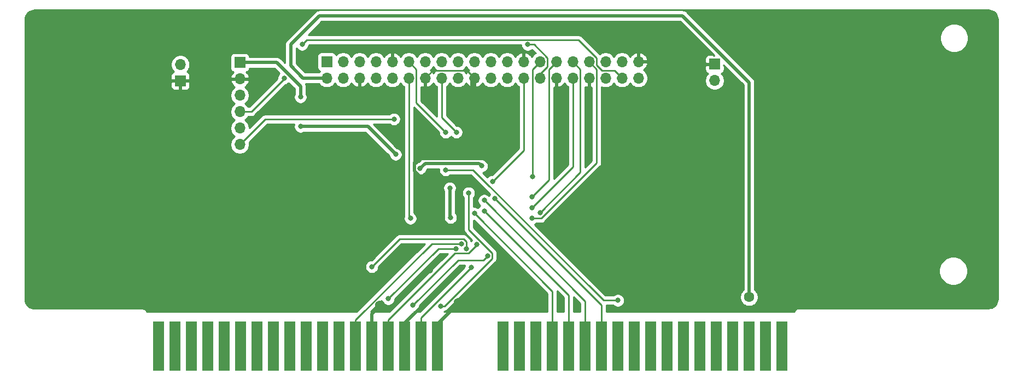
<source format=gbr>
G04 #@! TF.GenerationSoftware,KiCad,Pcbnew,5.1.9-73d0e3b20d~88~ubuntu20.10.1*
G04 #@! TF.CreationDate,2021-04-11T18:11:58+01:00*
G04 #@! TF.ProjectId,videoslotadapter,76696465-6f73-46c6-9f74-616461707465,rev?*
G04 #@! TF.SameCoordinates,Original*
G04 #@! TF.FileFunction,Copper,L2,Bot*
G04 #@! TF.FilePolarity,Positive*
%FSLAX46Y46*%
G04 Gerber Fmt 4.6, Leading zero omitted, Abs format (unit mm)*
G04 Created by KiCad (PCBNEW 5.1.9-73d0e3b20d~88~ubuntu20.10.1) date 2021-04-11 18:11:58*
%MOMM*%
%LPD*%
G01*
G04 APERTURE LIST*
G04 #@! TA.AperFunction,ComponentPad*
%ADD10O,1.700000X1.700000*%
G04 #@! TD*
G04 #@! TA.AperFunction,ComponentPad*
%ADD11R,1.700000X1.700000*%
G04 #@! TD*
G04 #@! TA.AperFunction,ConnectorPad*
%ADD12R,1.780000X7.620000*%
G04 #@! TD*
G04 #@! TA.AperFunction,ViaPad*
%ADD13C,1.600000*%
G04 #@! TD*
G04 #@! TA.AperFunction,ViaPad*
%ADD14C,0.800000*%
G04 #@! TD*
G04 #@! TA.AperFunction,Conductor*
%ADD15C,0.500000*%
G04 #@! TD*
G04 #@! TA.AperFunction,Conductor*
%ADD16C,0.250000*%
G04 #@! TD*
G04 #@! TA.AperFunction,Conductor*
%ADD17C,0.254000*%
G04 #@! TD*
G04 #@! TA.AperFunction,Conductor*
%ADD18C,0.100000*%
G04 #@! TD*
G04 APERTURE END LIST*
D10*
X125603000Y-81026000D03*
X125603000Y-78486000D03*
X125603000Y-75946000D03*
X125603000Y-73406000D03*
X125603000Y-70866000D03*
D11*
X125603000Y-68326000D03*
D10*
X187325000Y-70739000D03*
X187325000Y-68199000D03*
X184785000Y-70739000D03*
X184785000Y-68199000D03*
X182245000Y-70739000D03*
X182245000Y-68199000D03*
X179705000Y-70739000D03*
X179705000Y-68199000D03*
X177165000Y-70739000D03*
X177165000Y-68199000D03*
X174625000Y-70739000D03*
X174625000Y-68199000D03*
X172085000Y-70739000D03*
X172085000Y-68199000D03*
X169545000Y-70739000D03*
X169545000Y-68199000D03*
X167005000Y-70739000D03*
X167005000Y-68199000D03*
X164465000Y-70739000D03*
X164465000Y-68199000D03*
X161925000Y-70739000D03*
X161925000Y-68199000D03*
X159385000Y-70739000D03*
X159385000Y-68199000D03*
X156845000Y-70739000D03*
X156845000Y-68199000D03*
X154305000Y-70739000D03*
X154305000Y-68199000D03*
X151765000Y-70739000D03*
X151765000Y-68199000D03*
X149225000Y-70739000D03*
X149225000Y-68199000D03*
X146685000Y-70739000D03*
X146685000Y-68199000D03*
X144145000Y-70739000D03*
X144145000Y-68199000D03*
X141605000Y-70739000D03*
X141605000Y-68199000D03*
X139065000Y-70739000D03*
D11*
X139065000Y-68199000D03*
D12*
X209554000Y-112272000D03*
X207014000Y-112272000D03*
X204474000Y-112272000D03*
X201934000Y-112272000D03*
X199394000Y-112272000D03*
X196854000Y-112272000D03*
X194314000Y-112272000D03*
X191774000Y-112272000D03*
X189234000Y-112272000D03*
X186694000Y-112272000D03*
X184154000Y-112272000D03*
X181614000Y-112272000D03*
X179074000Y-112272000D03*
X176534000Y-112272000D03*
X173994000Y-112272000D03*
X171454000Y-112272000D03*
X168914000Y-112272000D03*
X166374000Y-112272000D03*
X156214000Y-112272000D03*
X153674000Y-112272000D03*
X151134000Y-112272000D03*
X148594000Y-112272000D03*
X146054000Y-112272000D03*
X143514000Y-112272000D03*
X140974000Y-112272000D03*
X138434000Y-112272000D03*
X135894000Y-112272000D03*
X133354000Y-112272000D03*
X130814000Y-112272000D03*
X128274000Y-112272000D03*
X125734000Y-112272000D03*
X123194000Y-112272000D03*
X120654000Y-112272000D03*
X118114000Y-112272000D03*
X115574000Y-112272000D03*
X113034000Y-112272000D03*
D10*
X199136000Y-71120000D03*
D11*
X199136000Y-68580000D03*
X116408200Y-71163180D03*
D10*
X116408200Y-68623180D03*
D13*
X130810000Y-104648000D03*
X147359496Y-105957496D03*
X143637000Y-104521000D03*
X159512000Y-105537000D03*
D14*
X157099000Y-102743000D03*
X161542990Y-78486000D03*
X154305000Y-66167000D03*
X160528000Y-86360000D03*
X164719000Y-84455000D03*
X146558000Y-82169000D03*
X146558000Y-74930000D03*
X168148000Y-75692000D03*
X164465000Y-74041000D03*
X159512000Y-88265000D03*
X159385000Y-74168000D03*
X155135153Y-100525153D03*
X160020000Y-92456000D03*
X149987000Y-79756000D03*
X186055000Y-75819000D03*
X175260000Y-105537000D03*
X177673000Y-105537000D03*
D13*
X240284000Y-103759000D03*
X240284000Y-62992000D03*
X95123000Y-63119000D03*
X95123000Y-103759000D03*
D14*
X135001000Y-78232000D03*
X149733000Y-82550000D03*
X163068000Y-84328000D03*
X153534346Y-84717654D03*
X158115000Y-87757000D03*
X158242000Y-92329000D03*
X135001000Y-73660000D03*
X165100000Y-89408000D03*
X161925000Y-91694000D03*
X161417000Y-100076000D03*
X161036000Y-88519000D03*
X156718000Y-106045000D03*
X163449000Y-91313000D03*
X148590000Y-104902000D03*
X159069000Y-97155000D03*
X162306000Y-96520000D03*
X152400000Y-105918000D03*
X163957000Y-98298000D03*
X163449000Y-89662000D03*
X159893000Y-96393000D03*
X146050000Y-99949000D03*
X160655000Y-97155000D03*
X135255000Y-65532000D03*
X170815000Y-92456000D03*
X170815000Y-90805000D03*
X172085000Y-91567000D03*
X170815000Y-89154000D03*
X132461000Y-70739000D03*
X170180000Y-65532000D03*
X170955000Y-85992000D03*
X164719000Y-86741000D03*
X149479000Y-77089000D03*
X159131000Y-79121000D03*
X152019000Y-92456000D03*
X157480000Y-79121000D03*
D13*
X204470000Y-104648000D03*
D14*
X157480000Y-84963000D03*
X184150000Y-105156000D03*
D15*
X146054000Y-107262992D02*
X147359496Y-105957496D01*
X146054000Y-112272000D02*
X146054000Y-107262992D01*
X156214000Y-108835000D02*
X159512000Y-105537000D01*
X156214000Y-112272000D02*
X156214000Y-108835000D01*
X151134000Y-108708000D02*
X157099000Y-102743000D01*
X151134000Y-112272000D02*
X151134000Y-108708000D01*
X161542990Y-71121010D02*
X161925000Y-70739000D01*
X161542990Y-78486000D02*
X161542990Y-71121010D01*
D16*
X155480001Y-69563999D02*
X154305000Y-70739000D01*
X160749999Y-69563999D02*
X155480001Y-69563999D01*
X161925000Y-70739000D02*
X160749999Y-69563999D01*
D15*
X164719000Y-79121000D02*
X168148000Y-75692000D01*
X164719000Y-84455000D02*
X164719000Y-79121000D01*
X160528000Y-87249000D02*
X159512000Y-88265000D01*
X160528000Y-86360000D02*
X160528000Y-87249000D01*
X159512000Y-91948000D02*
X160020000Y-92456000D01*
X159512000Y-88265000D02*
X159512000Y-91948000D01*
X153918690Y-86360000D02*
X160528000Y-86360000D01*
X152684345Y-85125655D02*
X153918690Y-86360000D01*
X152684345Y-83789655D02*
X152684345Y-85125655D01*
X163491991Y-83227991D02*
X153246009Y-83227991D01*
X153246009Y-83227991D02*
X152684345Y-83789655D01*
X164719000Y-84455000D02*
X163491991Y-83227991D01*
X135001000Y-78232000D02*
X145415000Y-78232000D01*
X145415000Y-78232000D02*
X149733000Y-82550000D01*
X154323999Y-83928001D02*
X153534346Y-84717654D01*
X162668001Y-83928001D02*
X154323999Y-83928001D01*
X163068000Y-84328000D02*
X162668001Y-83928001D01*
X158115000Y-92202000D02*
X158242000Y-92329000D01*
X158115000Y-87757000D02*
X158115000Y-92202000D01*
X135001000Y-72020998D02*
X135001000Y-73660000D01*
X131306002Y-68326000D02*
X135001000Y-72020998D01*
X125603000Y-68326000D02*
X131306002Y-68326000D01*
D16*
X181614000Y-105922000D02*
X181614000Y-112272000D01*
X165100000Y-89408000D02*
X181614000Y-105922000D01*
X173994000Y-103763000D02*
X173994000Y-112272000D01*
X161925000Y-91694000D02*
X173994000Y-103763000D01*
X153674000Y-107819000D02*
X161417000Y-100076000D01*
X153674000Y-112272000D02*
X153674000Y-107819000D01*
X157283002Y-106045000D02*
X156718000Y-106045000D01*
X164682001Y-98646001D02*
X157283002Y-106045000D01*
X164682001Y-97822999D02*
X164682001Y-98646001D01*
X161036000Y-94176998D02*
X164682001Y-97822999D01*
X161036000Y-88519000D02*
X161036000Y-94176998D01*
X176534000Y-104398000D02*
X176534000Y-112272000D01*
X163449000Y-91313000D02*
X176534000Y-104398000D01*
X156337000Y-97155000D02*
X159069000Y-97155000D01*
X148590000Y-104902000D02*
X156337000Y-97155000D01*
X162306000Y-96577002D02*
X162306000Y-96520000D01*
X161003001Y-97880001D02*
X162306000Y-96577002D01*
X158925999Y-97880001D02*
X161003001Y-97880001D01*
X148594000Y-108212000D02*
X158925999Y-97880001D01*
X148594000Y-112272000D02*
X148594000Y-108212000D01*
X152400000Y-105918000D02*
X159385000Y-98933000D01*
X163322000Y-98933000D02*
X163957000Y-98298000D01*
X159385000Y-98933000D02*
X163322000Y-98933000D01*
X179074000Y-105287000D02*
X179074000Y-112272000D01*
X163449000Y-89662000D02*
X179074000Y-105287000D01*
X155333000Y-96393000D02*
X159893000Y-96393000D01*
X143514000Y-108212000D02*
X155333000Y-96393000D01*
X143514000Y-112272000D02*
X143514000Y-108212000D01*
X160241001Y-95667999D02*
X160655000Y-96081998D01*
X150331001Y-95667999D02*
X160241001Y-95667999D01*
X160655000Y-96081998D02*
X160655000Y-97155000D01*
X146050000Y-99949000D02*
X150331001Y-95667999D01*
X135980001Y-64806999D02*
X135255000Y-65532000D01*
X178052001Y-64806999D02*
X135980001Y-64806999D01*
X180880001Y-67634999D02*
X178052001Y-64806999D01*
X180880001Y-68737591D02*
X180880001Y-67634999D01*
X181706409Y-69563999D02*
X180880001Y-68737591D01*
X183609999Y-69563999D02*
X181706409Y-69563999D01*
X184785000Y-70739000D02*
X183609999Y-69563999D01*
X172269002Y-92456000D02*
X170815000Y-92456000D01*
X180880001Y-83845001D02*
X172269002Y-92456000D01*
X180880001Y-69374001D02*
X180880001Y-83845001D01*
X179705000Y-68199000D02*
X180880001Y-69374001D01*
X177165000Y-84455000D02*
X170815000Y-90805000D01*
X177165000Y-70739000D02*
X177165000Y-84455000D01*
X178340001Y-85311999D02*
X172085000Y-91567000D01*
X178340001Y-69374001D02*
X178340001Y-85311999D01*
X177165000Y-68199000D02*
X178340001Y-69374001D01*
X173449999Y-86519001D02*
X170815000Y-89154000D01*
X173449999Y-69374001D02*
X173449999Y-86519001D01*
X174625000Y-68199000D02*
X173449999Y-69374001D01*
X125603000Y-75946000D02*
X127381000Y-75946000D01*
X132461000Y-70866000D02*
X132461000Y-70739000D01*
X127381000Y-75946000D02*
X132461000Y-70866000D01*
X173260001Y-68927589D02*
X172085000Y-70102590D01*
X172085000Y-70102590D02*
X172085000Y-70739000D01*
X173260001Y-67634999D02*
X173260001Y-68927589D01*
X171157002Y-65532000D02*
X173260001Y-67634999D01*
X170180000Y-65532000D02*
X171157002Y-65532000D01*
X170909999Y-85946999D02*
X170955000Y-85992000D01*
X170909999Y-69374001D02*
X170909999Y-85946999D01*
X172085000Y-68199000D02*
X170909999Y-69374001D01*
X169545000Y-81915000D02*
X169545000Y-70739000D01*
X164719000Y-86741000D02*
X169545000Y-81915000D01*
X129540000Y-77089000D02*
X125603000Y-81026000D01*
X149479000Y-77089000D02*
X129540000Y-77089000D01*
X156845000Y-76835000D02*
X159131000Y-79121000D01*
X156845000Y-70739000D02*
X156845000Y-76835000D01*
X151765000Y-92202000D02*
X152019000Y-92456000D01*
X151765000Y-70739000D02*
X151765000Y-92202000D01*
X152940001Y-74581001D02*
X157480000Y-79121000D01*
X152940001Y-69374001D02*
X152940001Y-74581001D01*
X151765000Y-68199000D02*
X152940001Y-69374001D01*
D15*
X204470000Y-71403998D02*
X194153002Y-61087000D01*
X204470000Y-104648000D02*
X204470000Y-71403998D01*
X194153002Y-61087000D02*
X137922000Y-61087000D01*
X137922000Y-61087000D02*
X133477000Y-65532000D01*
X133477000Y-65532000D02*
X133477000Y-68834000D01*
X135382000Y-70739000D02*
X139065000Y-70739000D01*
X133477000Y-68834000D02*
X135382000Y-70739000D01*
D16*
X181921002Y-105156000D02*
X184150000Y-105156000D01*
X161728002Y-84963000D02*
X181921002Y-105156000D01*
X157480000Y-84963000D02*
X161728002Y-84963000D01*
D17*
X241486245Y-60184099D02*
X241801762Y-60215035D01*
X242071852Y-60296580D01*
X242320962Y-60429035D01*
X242539595Y-60607347D01*
X242719434Y-60824736D01*
X242853621Y-61072909D01*
X242937049Y-61342421D01*
X242969978Y-61655727D01*
X242964904Y-104897717D01*
X242933965Y-105213262D01*
X242852419Y-105483354D01*
X242719967Y-105732459D01*
X242541652Y-105951096D01*
X242324267Y-106130932D01*
X242076091Y-106265121D01*
X241806579Y-106348549D01*
X241493255Y-106381480D01*
X212173137Y-106381480D01*
X212138260Y-106378045D01*
X212103383Y-106381480D01*
X212100843Y-106381480D01*
X211996536Y-106391753D01*
X211862700Y-106432352D01*
X211739357Y-106498280D01*
X211631245Y-106587005D01*
X211542520Y-106695117D01*
X211476592Y-106818460D01*
X211441543Y-106934000D01*
X182374000Y-106934000D01*
X182374000Y-105959325D01*
X182377676Y-105922000D01*
X182377085Y-105916000D01*
X183446289Y-105916000D01*
X183490226Y-105959937D01*
X183659744Y-106073205D01*
X183848102Y-106151226D01*
X184048061Y-106191000D01*
X184251939Y-106191000D01*
X184451898Y-106151226D01*
X184640256Y-106073205D01*
X184809774Y-105959937D01*
X184953937Y-105815774D01*
X185067205Y-105646256D01*
X185145226Y-105457898D01*
X185185000Y-105257939D01*
X185185000Y-105054061D01*
X185145226Y-104854102D01*
X185067205Y-104665744D01*
X184953937Y-104496226D01*
X184809774Y-104352063D01*
X184640256Y-104238795D01*
X184451898Y-104160774D01*
X184251939Y-104121000D01*
X184048061Y-104121000D01*
X183848102Y-104160774D01*
X183659744Y-104238795D01*
X183490226Y-104352063D01*
X183446289Y-104396000D01*
X182235805Y-104396000D01*
X171240028Y-93400224D01*
X171305256Y-93373205D01*
X171474774Y-93259937D01*
X171518711Y-93216000D01*
X172231680Y-93216000D01*
X172269002Y-93219676D01*
X172306324Y-93216000D01*
X172306335Y-93216000D01*
X172417988Y-93205003D01*
X172561249Y-93161546D01*
X172693278Y-93090974D01*
X172809003Y-92996001D01*
X172832806Y-92966997D01*
X181391004Y-84408800D01*
X181420002Y-84385002D01*
X181514975Y-84269277D01*
X181585547Y-84137248D01*
X181629004Y-83993987D01*
X181640001Y-83882334D01*
X181643678Y-83845001D01*
X181640001Y-83807668D01*
X181640001Y-72095753D01*
X181811842Y-72166932D01*
X182098740Y-72224000D01*
X182391260Y-72224000D01*
X182678158Y-72166932D01*
X182948411Y-72054990D01*
X183191632Y-71892475D01*
X183398475Y-71685632D01*
X183515000Y-71511240D01*
X183631525Y-71685632D01*
X183838368Y-71892475D01*
X184081589Y-72054990D01*
X184351842Y-72166932D01*
X184638740Y-72224000D01*
X184931260Y-72224000D01*
X185218158Y-72166932D01*
X185488411Y-72054990D01*
X185731632Y-71892475D01*
X185938475Y-71685632D01*
X186055000Y-71511240D01*
X186171525Y-71685632D01*
X186378368Y-71892475D01*
X186621589Y-72054990D01*
X186891842Y-72166932D01*
X187178740Y-72224000D01*
X187471260Y-72224000D01*
X187758158Y-72166932D01*
X188028411Y-72054990D01*
X188271632Y-71892475D01*
X188478475Y-71685632D01*
X188640990Y-71442411D01*
X188752932Y-71172158D01*
X188810000Y-70885260D01*
X188810000Y-70592740D01*
X188752932Y-70305842D01*
X188640990Y-70035589D01*
X188478475Y-69792368D01*
X188271632Y-69585525D01*
X188095594Y-69467900D01*
X188325269Y-69296588D01*
X188520178Y-69080355D01*
X188669157Y-68830252D01*
X188766481Y-68555891D01*
X188645814Y-68326000D01*
X187452000Y-68326000D01*
X187452000Y-68346000D01*
X187198000Y-68346000D01*
X187198000Y-68326000D01*
X187178000Y-68326000D01*
X187178000Y-68072000D01*
X187198000Y-68072000D01*
X187198000Y-66878845D01*
X187452000Y-66878845D01*
X187452000Y-68072000D01*
X188645814Y-68072000D01*
X188766481Y-67842109D01*
X188669157Y-67567748D01*
X188520178Y-67317645D01*
X188325269Y-67101412D01*
X188091920Y-66927359D01*
X187829099Y-66802175D01*
X187681890Y-66757524D01*
X187452000Y-66878845D01*
X187198000Y-66878845D01*
X186968110Y-66757524D01*
X186820901Y-66802175D01*
X186558080Y-66927359D01*
X186324731Y-67101412D01*
X186129822Y-67317645D01*
X186060195Y-67434534D01*
X185938475Y-67252368D01*
X185731632Y-67045525D01*
X185488411Y-66883010D01*
X185218158Y-66771068D01*
X184931260Y-66714000D01*
X184638740Y-66714000D01*
X184351842Y-66771068D01*
X184081589Y-66883010D01*
X183838368Y-67045525D01*
X183631525Y-67252368D01*
X183515000Y-67426760D01*
X183398475Y-67252368D01*
X183191632Y-67045525D01*
X182948411Y-66883010D01*
X182678158Y-66771068D01*
X182391260Y-66714000D01*
X182098740Y-66714000D01*
X181811842Y-66771068D01*
X181541589Y-66883010D01*
X181338508Y-67018704D01*
X178615805Y-64296002D01*
X178592002Y-64266998D01*
X178476277Y-64172025D01*
X178344248Y-64101453D01*
X178200987Y-64057996D01*
X178089334Y-64046999D01*
X178089323Y-64046999D01*
X178052001Y-64043323D01*
X178014679Y-64046999D01*
X136213579Y-64046999D01*
X138288579Y-61972000D01*
X193786424Y-61972000D01*
X199008998Y-67194575D01*
X199008998Y-67253748D01*
X198850250Y-67095000D01*
X198286000Y-67091928D01*
X198161518Y-67104188D01*
X198041820Y-67140498D01*
X197931506Y-67199463D01*
X197834815Y-67278815D01*
X197755463Y-67375506D01*
X197696498Y-67485820D01*
X197660188Y-67605518D01*
X197647928Y-67730000D01*
X197651000Y-68294250D01*
X197809750Y-68453000D01*
X199009000Y-68453000D01*
X199009000Y-68433000D01*
X199263000Y-68433000D01*
X199263000Y-68453000D01*
X199283000Y-68453000D01*
X199283000Y-68707000D01*
X199263000Y-68707000D01*
X199263000Y-68727000D01*
X199009000Y-68727000D01*
X199009000Y-68707000D01*
X197809750Y-68707000D01*
X197651000Y-68865750D01*
X197647928Y-69430000D01*
X197660188Y-69554482D01*
X197696498Y-69674180D01*
X197755463Y-69784494D01*
X197834815Y-69881185D01*
X197931506Y-69960537D01*
X198041820Y-70019502D01*
X198114380Y-70041513D01*
X197982525Y-70173368D01*
X197820010Y-70416589D01*
X197708068Y-70686842D01*
X197651000Y-70973740D01*
X197651000Y-71266260D01*
X197708068Y-71553158D01*
X197820010Y-71823411D01*
X197982525Y-72066632D01*
X198189368Y-72273475D01*
X198432589Y-72435990D01*
X198702842Y-72547932D01*
X198989740Y-72605000D01*
X199282260Y-72605000D01*
X199569158Y-72547932D01*
X199839411Y-72435990D01*
X200082632Y-72273475D01*
X200289475Y-72066632D01*
X200451990Y-71823411D01*
X200563932Y-71553158D01*
X200621000Y-71266260D01*
X200621000Y-70973740D01*
X200563932Y-70686842D01*
X200451990Y-70416589D01*
X200289475Y-70173368D01*
X200157620Y-70041513D01*
X200230180Y-70019502D01*
X200340494Y-69960537D01*
X200437185Y-69881185D01*
X200516537Y-69784494D01*
X200575502Y-69674180D01*
X200611812Y-69554482D01*
X200624072Y-69430000D01*
X200621000Y-68865750D01*
X200462252Y-68707002D01*
X200521425Y-68707002D01*
X203585001Y-71770578D01*
X203585000Y-103513479D01*
X203555241Y-103533363D01*
X203355363Y-103733241D01*
X203198320Y-103968273D01*
X203090147Y-104229426D01*
X203035000Y-104506665D01*
X203035000Y-104789335D01*
X203090147Y-105066574D01*
X203198320Y-105327727D01*
X203355363Y-105562759D01*
X203555241Y-105762637D01*
X203790273Y-105919680D01*
X204051426Y-106027853D01*
X204328665Y-106083000D01*
X204611335Y-106083000D01*
X204888574Y-106027853D01*
X205149727Y-105919680D01*
X205384759Y-105762637D01*
X205584637Y-105562759D01*
X205741680Y-105327727D01*
X205849853Y-105066574D01*
X205905000Y-104789335D01*
X205905000Y-104506665D01*
X205849853Y-104229426D01*
X205741680Y-103968273D01*
X205584637Y-103733241D01*
X205384759Y-103533363D01*
X205355000Y-103513479D01*
X205355000Y-100363872D01*
X233858000Y-100363872D01*
X233858000Y-100804128D01*
X233943890Y-101235925D01*
X234112369Y-101642669D01*
X234356962Y-102008729D01*
X234668271Y-102320038D01*
X235034331Y-102564631D01*
X235441075Y-102733110D01*
X235872872Y-102819000D01*
X236313128Y-102819000D01*
X236744925Y-102733110D01*
X237151669Y-102564631D01*
X237517729Y-102320038D01*
X237829038Y-102008729D01*
X238073631Y-101642669D01*
X238242110Y-101235925D01*
X238328000Y-100804128D01*
X238328000Y-100363872D01*
X238242110Y-99932075D01*
X238073631Y-99525331D01*
X237829038Y-99159271D01*
X237517729Y-98847962D01*
X237151669Y-98603369D01*
X236744925Y-98434890D01*
X236313128Y-98349000D01*
X235872872Y-98349000D01*
X235441075Y-98434890D01*
X235034331Y-98603369D01*
X234668271Y-98847962D01*
X234356962Y-99159271D01*
X234112369Y-99525331D01*
X233943890Y-99932075D01*
X233858000Y-100363872D01*
X205355000Y-100363872D01*
X205355000Y-71447463D01*
X205359281Y-71403997D01*
X205355000Y-71360531D01*
X205355000Y-71360521D01*
X205342195Y-71230508D01*
X205291589Y-71063685D01*
X205209411Y-70909939D01*
X205173351Y-70866000D01*
X205126532Y-70808951D01*
X205126530Y-70808949D01*
X205098817Y-70775181D01*
X205065049Y-70747468D01*
X198613453Y-64295872D01*
X233985000Y-64295872D01*
X233985000Y-64736128D01*
X234070890Y-65167925D01*
X234239369Y-65574669D01*
X234483962Y-65940729D01*
X234795271Y-66252038D01*
X235161331Y-66496631D01*
X235568075Y-66665110D01*
X235999872Y-66751000D01*
X236440128Y-66751000D01*
X236871925Y-66665110D01*
X237278669Y-66496631D01*
X237644729Y-66252038D01*
X237956038Y-65940729D01*
X238200631Y-65574669D01*
X238369110Y-65167925D01*
X238455000Y-64736128D01*
X238455000Y-64295872D01*
X238369110Y-63864075D01*
X238200631Y-63457331D01*
X237956038Y-63091271D01*
X237644729Y-62779962D01*
X237278669Y-62535369D01*
X236871925Y-62366890D01*
X236440128Y-62281000D01*
X235999872Y-62281000D01*
X235568075Y-62366890D01*
X235161331Y-62535369D01*
X234795271Y-62779962D01*
X234483962Y-63091271D01*
X234239369Y-63457331D01*
X234070890Y-63864075D01*
X233985000Y-64295872D01*
X198613453Y-64295872D01*
X194809536Y-60491956D01*
X194781819Y-60458183D01*
X194647061Y-60347589D01*
X194493315Y-60265411D01*
X194326492Y-60214805D01*
X194196479Y-60202000D01*
X194196471Y-60202000D01*
X194153002Y-60197719D01*
X194109533Y-60202000D01*
X137965465Y-60202000D01*
X137921999Y-60197719D01*
X137878533Y-60202000D01*
X137878523Y-60202000D01*
X137748510Y-60214805D01*
X137581687Y-60265411D01*
X137427941Y-60347589D01*
X137423067Y-60351589D01*
X137326953Y-60430468D01*
X137326951Y-60430470D01*
X137293183Y-60458183D01*
X137265470Y-60491951D01*
X132881956Y-64875466D01*
X132848183Y-64903183D01*
X132737589Y-65037942D01*
X132655411Y-65191688D01*
X132604805Y-65358511D01*
X132592000Y-65488524D01*
X132592000Y-65488531D01*
X132587719Y-65532000D01*
X132592000Y-65575469D01*
X132592001Y-68360421D01*
X131962536Y-67730956D01*
X131934819Y-67697183D01*
X131800061Y-67586589D01*
X131646315Y-67504411D01*
X131479492Y-67453805D01*
X131349479Y-67441000D01*
X131349471Y-67441000D01*
X131306002Y-67436719D01*
X131262533Y-67441000D01*
X127087625Y-67441000D01*
X127078812Y-67351518D01*
X127042502Y-67231820D01*
X126983537Y-67121506D01*
X126904185Y-67024815D01*
X126807494Y-66945463D01*
X126697180Y-66886498D01*
X126577482Y-66850188D01*
X126453000Y-66837928D01*
X124753000Y-66837928D01*
X124628518Y-66850188D01*
X124508820Y-66886498D01*
X124398506Y-66945463D01*
X124301815Y-67024815D01*
X124222463Y-67121506D01*
X124163498Y-67231820D01*
X124127188Y-67351518D01*
X124114928Y-67476000D01*
X124114928Y-69176000D01*
X124127188Y-69300482D01*
X124163498Y-69420180D01*
X124222463Y-69530494D01*
X124301815Y-69627185D01*
X124398506Y-69706537D01*
X124508820Y-69765502D01*
X124589466Y-69789966D01*
X124505412Y-69865731D01*
X124331359Y-70099080D01*
X124206175Y-70361901D01*
X124161524Y-70509110D01*
X124282845Y-70739000D01*
X125476000Y-70739000D01*
X125476000Y-70719000D01*
X125730000Y-70719000D01*
X125730000Y-70739000D01*
X126923155Y-70739000D01*
X127044476Y-70509110D01*
X126999825Y-70361901D01*
X126874641Y-70099080D01*
X126700588Y-69865731D01*
X126616534Y-69789966D01*
X126697180Y-69765502D01*
X126807494Y-69706537D01*
X126904185Y-69627185D01*
X126983537Y-69530494D01*
X127042502Y-69420180D01*
X127078812Y-69300482D01*
X127087625Y-69211000D01*
X130939424Y-69211000D01*
X131732356Y-70003933D01*
X131657063Y-70079226D01*
X131543795Y-70248744D01*
X131465774Y-70437102D01*
X131426000Y-70637061D01*
X131426000Y-70826198D01*
X127066199Y-75186000D01*
X126881178Y-75186000D01*
X126756475Y-74999368D01*
X126549632Y-74792525D01*
X126375240Y-74676000D01*
X126549632Y-74559475D01*
X126756475Y-74352632D01*
X126918990Y-74109411D01*
X127030932Y-73839158D01*
X127088000Y-73552260D01*
X127088000Y-73259740D01*
X127030932Y-72972842D01*
X126918990Y-72702589D01*
X126756475Y-72459368D01*
X126549632Y-72252525D01*
X126367466Y-72130805D01*
X126484355Y-72061178D01*
X126700588Y-71866269D01*
X126874641Y-71632920D01*
X126999825Y-71370099D01*
X127044476Y-71222890D01*
X126923155Y-70993000D01*
X125730000Y-70993000D01*
X125730000Y-71013000D01*
X125476000Y-71013000D01*
X125476000Y-70993000D01*
X124282845Y-70993000D01*
X124161524Y-71222890D01*
X124206175Y-71370099D01*
X124331359Y-71632920D01*
X124505412Y-71866269D01*
X124721645Y-72061178D01*
X124838534Y-72130805D01*
X124656368Y-72252525D01*
X124449525Y-72459368D01*
X124287010Y-72702589D01*
X124175068Y-72972842D01*
X124118000Y-73259740D01*
X124118000Y-73552260D01*
X124175068Y-73839158D01*
X124287010Y-74109411D01*
X124449525Y-74352632D01*
X124656368Y-74559475D01*
X124830760Y-74676000D01*
X124656368Y-74792525D01*
X124449525Y-74999368D01*
X124287010Y-75242589D01*
X124175068Y-75512842D01*
X124118000Y-75799740D01*
X124118000Y-76092260D01*
X124175068Y-76379158D01*
X124287010Y-76649411D01*
X124449525Y-76892632D01*
X124656368Y-77099475D01*
X124830760Y-77216000D01*
X124656368Y-77332525D01*
X124449525Y-77539368D01*
X124287010Y-77782589D01*
X124175068Y-78052842D01*
X124118000Y-78339740D01*
X124118000Y-78632260D01*
X124175068Y-78919158D01*
X124287010Y-79189411D01*
X124449525Y-79432632D01*
X124656368Y-79639475D01*
X124830760Y-79756000D01*
X124656368Y-79872525D01*
X124449525Y-80079368D01*
X124287010Y-80322589D01*
X124175068Y-80592842D01*
X124118000Y-80879740D01*
X124118000Y-81172260D01*
X124175068Y-81459158D01*
X124287010Y-81729411D01*
X124449525Y-81972632D01*
X124656368Y-82179475D01*
X124899589Y-82341990D01*
X125169842Y-82453932D01*
X125456740Y-82511000D01*
X125749260Y-82511000D01*
X126036158Y-82453932D01*
X126306411Y-82341990D01*
X126549632Y-82179475D01*
X126756475Y-81972632D01*
X126918990Y-81729411D01*
X127030932Y-81459158D01*
X127088000Y-81172260D01*
X127088000Y-80879740D01*
X127044209Y-80659592D01*
X129854802Y-77849000D01*
X134039368Y-77849000D01*
X134005774Y-77930102D01*
X133966000Y-78130061D01*
X133966000Y-78333939D01*
X134005774Y-78533898D01*
X134083795Y-78722256D01*
X134197063Y-78891774D01*
X134341226Y-79035937D01*
X134510744Y-79149205D01*
X134699102Y-79227226D01*
X134899061Y-79267000D01*
X135102939Y-79267000D01*
X135302898Y-79227226D01*
X135491256Y-79149205D01*
X135539454Y-79117000D01*
X145048422Y-79117000D01*
X148726465Y-82795044D01*
X148737774Y-82851898D01*
X148815795Y-83040256D01*
X148929063Y-83209774D01*
X149073226Y-83353937D01*
X149242744Y-83467205D01*
X149431102Y-83545226D01*
X149631061Y-83585000D01*
X149834939Y-83585000D01*
X150034898Y-83545226D01*
X150223256Y-83467205D01*
X150392774Y-83353937D01*
X150536937Y-83209774D01*
X150650205Y-83040256D01*
X150728226Y-82851898D01*
X150768000Y-82651939D01*
X150768000Y-82448061D01*
X150728226Y-82248102D01*
X150650205Y-82059744D01*
X150536937Y-81890226D01*
X150392774Y-81746063D01*
X150223256Y-81632795D01*
X150034898Y-81554774D01*
X149978044Y-81543465D01*
X146283578Y-77849000D01*
X148775289Y-77849000D01*
X148819226Y-77892937D01*
X148988744Y-78006205D01*
X149177102Y-78084226D01*
X149377061Y-78124000D01*
X149580939Y-78124000D01*
X149780898Y-78084226D01*
X149969256Y-78006205D01*
X150138774Y-77892937D01*
X150282937Y-77748774D01*
X150396205Y-77579256D01*
X150474226Y-77390898D01*
X150514000Y-77190939D01*
X150514000Y-76987061D01*
X150474226Y-76787102D01*
X150396205Y-76598744D01*
X150282937Y-76429226D01*
X150138774Y-76285063D01*
X149969256Y-76171795D01*
X149780898Y-76093774D01*
X149580939Y-76054000D01*
X149377061Y-76054000D01*
X149177102Y-76093774D01*
X148988744Y-76171795D01*
X148819226Y-76285063D01*
X148775289Y-76329000D01*
X129577325Y-76329000D01*
X129540000Y-76325324D01*
X129502675Y-76329000D01*
X129502667Y-76329000D01*
X129391014Y-76339997D01*
X129247753Y-76383454D01*
X129115724Y-76454026D01*
X128999999Y-76548999D01*
X128976201Y-76577997D01*
X127088000Y-78466198D01*
X127088000Y-78339740D01*
X127030932Y-78052842D01*
X126918990Y-77782589D01*
X126756475Y-77539368D01*
X126549632Y-77332525D01*
X126375240Y-77216000D01*
X126549632Y-77099475D01*
X126756475Y-76892632D01*
X126881178Y-76706000D01*
X127343678Y-76706000D01*
X127381000Y-76709676D01*
X127418322Y-76706000D01*
X127418333Y-76706000D01*
X127529986Y-76695003D01*
X127673247Y-76651546D01*
X127805276Y-76580974D01*
X127921001Y-76486001D01*
X127944804Y-76456997D01*
X132643907Y-71757895D01*
X132762898Y-71734226D01*
X132951256Y-71656205D01*
X133120774Y-71542937D01*
X133196067Y-71467644D01*
X134116000Y-72387577D01*
X134116001Y-73121545D01*
X134083795Y-73169744D01*
X134005774Y-73358102D01*
X133966000Y-73558061D01*
X133966000Y-73761939D01*
X134005774Y-73961898D01*
X134083795Y-74150256D01*
X134197063Y-74319774D01*
X134341226Y-74463937D01*
X134510744Y-74577205D01*
X134699102Y-74655226D01*
X134899061Y-74695000D01*
X135102939Y-74695000D01*
X135302898Y-74655226D01*
X135491256Y-74577205D01*
X135660774Y-74463937D01*
X135804937Y-74319774D01*
X135918205Y-74150256D01*
X135996226Y-73961898D01*
X136036000Y-73761939D01*
X136036000Y-73558061D01*
X135996226Y-73358102D01*
X135918205Y-73169744D01*
X135886000Y-73121546D01*
X135886000Y-72064463D01*
X135890281Y-72020997D01*
X135886000Y-71977531D01*
X135886000Y-71977521D01*
X135873195Y-71847508D01*
X135822589Y-71680685D01*
X135792291Y-71624000D01*
X137870344Y-71624000D01*
X137911525Y-71685632D01*
X138118368Y-71892475D01*
X138361589Y-72054990D01*
X138631842Y-72166932D01*
X138918740Y-72224000D01*
X139211260Y-72224000D01*
X139498158Y-72166932D01*
X139768411Y-72054990D01*
X140011632Y-71892475D01*
X140218475Y-71685632D01*
X140335000Y-71511240D01*
X140451525Y-71685632D01*
X140658368Y-71892475D01*
X140901589Y-72054990D01*
X141171842Y-72166932D01*
X141458740Y-72224000D01*
X141751260Y-72224000D01*
X142038158Y-72166932D01*
X142308411Y-72054990D01*
X142551632Y-71892475D01*
X142758475Y-71685632D01*
X142880195Y-71503466D01*
X142949822Y-71620355D01*
X143144731Y-71836588D01*
X143378080Y-72010641D01*
X143640901Y-72135825D01*
X143788110Y-72180476D01*
X144018000Y-72059155D01*
X144018000Y-70866000D01*
X143998000Y-70866000D01*
X143998000Y-70612000D01*
X144018000Y-70612000D01*
X144018000Y-70592000D01*
X144272000Y-70592000D01*
X144272000Y-70612000D01*
X144292000Y-70612000D01*
X144292000Y-70866000D01*
X144272000Y-70866000D01*
X144272000Y-72059155D01*
X144501890Y-72180476D01*
X144649099Y-72135825D01*
X144911920Y-72010641D01*
X145145269Y-71836588D01*
X145340178Y-71620355D01*
X145409805Y-71503466D01*
X145531525Y-71685632D01*
X145738368Y-71892475D01*
X145981589Y-72054990D01*
X146251842Y-72166932D01*
X146538740Y-72224000D01*
X146831260Y-72224000D01*
X147118158Y-72166932D01*
X147388411Y-72054990D01*
X147631632Y-71892475D01*
X147838475Y-71685632D01*
X147955000Y-71511240D01*
X148071525Y-71685632D01*
X148278368Y-71892475D01*
X148521589Y-72054990D01*
X148791842Y-72166932D01*
X149078740Y-72224000D01*
X149371260Y-72224000D01*
X149658158Y-72166932D01*
X149928411Y-72054990D01*
X150171632Y-71892475D01*
X150378475Y-71685632D01*
X150495000Y-71511240D01*
X150611525Y-71685632D01*
X150818368Y-71892475D01*
X151005000Y-72017178D01*
X151005001Y-92164667D01*
X151001324Y-92202000D01*
X151005001Y-92239333D01*
X151005604Y-92245451D01*
X150984000Y-92354061D01*
X150984000Y-92557939D01*
X151023774Y-92757898D01*
X151101795Y-92946256D01*
X151215063Y-93115774D01*
X151359226Y-93259937D01*
X151528744Y-93373205D01*
X151717102Y-93451226D01*
X151917061Y-93491000D01*
X152120939Y-93491000D01*
X152320898Y-93451226D01*
X152509256Y-93373205D01*
X152678774Y-93259937D01*
X152822937Y-93115774D01*
X152936205Y-92946256D01*
X153014226Y-92757898D01*
X153054000Y-92557939D01*
X153054000Y-92354061D01*
X153014226Y-92154102D01*
X152936205Y-91965744D01*
X152822937Y-91796226D01*
X152678774Y-91652063D01*
X152525000Y-91549315D01*
X152525000Y-87655061D01*
X157080000Y-87655061D01*
X157080000Y-87858939D01*
X157119774Y-88058898D01*
X157197795Y-88247256D01*
X157230000Y-88295455D01*
X157230001Y-92111426D01*
X157207000Y-92227061D01*
X157207000Y-92430939D01*
X157246774Y-92630898D01*
X157324795Y-92819256D01*
X157438063Y-92988774D01*
X157582226Y-93132937D01*
X157751744Y-93246205D01*
X157940102Y-93324226D01*
X158140061Y-93364000D01*
X158343939Y-93364000D01*
X158543898Y-93324226D01*
X158732256Y-93246205D01*
X158901774Y-93132937D01*
X159045937Y-92988774D01*
X159159205Y-92819256D01*
X159237226Y-92630898D01*
X159277000Y-92430939D01*
X159277000Y-92227061D01*
X159237226Y-92027102D01*
X159159205Y-91838744D01*
X159045937Y-91669226D01*
X159000000Y-91623289D01*
X159000000Y-88295454D01*
X159032205Y-88247256D01*
X159110226Y-88058898D01*
X159150000Y-87858939D01*
X159150000Y-87655061D01*
X159110226Y-87455102D01*
X159032205Y-87266744D01*
X158918937Y-87097226D01*
X158774774Y-86953063D01*
X158605256Y-86839795D01*
X158416898Y-86761774D01*
X158216939Y-86722000D01*
X158013061Y-86722000D01*
X157813102Y-86761774D01*
X157624744Y-86839795D01*
X157455226Y-86953063D01*
X157311063Y-87097226D01*
X157197795Y-87266744D01*
X157119774Y-87455102D01*
X157080000Y-87655061D01*
X152525000Y-87655061D01*
X152525000Y-84948565D01*
X152539120Y-85019552D01*
X152617141Y-85207910D01*
X152730409Y-85377428D01*
X152874572Y-85521591D01*
X153044090Y-85634859D01*
X153232448Y-85712880D01*
X153432407Y-85752654D01*
X153636285Y-85752654D01*
X153836244Y-85712880D01*
X154024602Y-85634859D01*
X154194120Y-85521591D01*
X154338283Y-85377428D01*
X154451551Y-85207910D01*
X154529572Y-85019552D01*
X154540881Y-84962698D01*
X154690578Y-84813001D01*
X156454560Y-84813001D01*
X156445000Y-84861061D01*
X156445000Y-85064939D01*
X156484774Y-85264898D01*
X156562795Y-85453256D01*
X156676063Y-85622774D01*
X156820226Y-85766937D01*
X156989744Y-85880205D01*
X157178102Y-85958226D01*
X157378061Y-85998000D01*
X157581939Y-85998000D01*
X157781898Y-85958226D01*
X157970256Y-85880205D01*
X158139774Y-85766937D01*
X158183711Y-85723000D01*
X161413201Y-85723000D01*
X164367245Y-88677044D01*
X164296063Y-88748226D01*
X164182795Y-88917744D01*
X164178595Y-88927884D01*
X164108774Y-88858063D01*
X163939256Y-88744795D01*
X163750898Y-88666774D01*
X163550939Y-88627000D01*
X163347061Y-88627000D01*
X163147102Y-88666774D01*
X162958744Y-88744795D01*
X162789226Y-88858063D01*
X162645063Y-89002226D01*
X162531795Y-89171744D01*
X162453774Y-89360102D01*
X162414000Y-89560061D01*
X162414000Y-89763939D01*
X162453774Y-89963898D01*
X162531795Y-90152256D01*
X162645063Y-90321774D01*
X162789226Y-90465937D01*
X162821497Y-90487500D01*
X162789226Y-90509063D01*
X162645063Y-90653226D01*
X162531795Y-90822744D01*
X162521439Y-90847744D01*
X162415256Y-90776795D01*
X162226898Y-90698774D01*
X162026939Y-90659000D01*
X161823061Y-90659000D01*
X161796000Y-90664383D01*
X161796000Y-89222711D01*
X161839937Y-89178774D01*
X161953205Y-89009256D01*
X162031226Y-88820898D01*
X162071000Y-88620939D01*
X162071000Y-88417061D01*
X162031226Y-88217102D01*
X161953205Y-88028744D01*
X161839937Y-87859226D01*
X161695774Y-87715063D01*
X161526256Y-87601795D01*
X161337898Y-87523774D01*
X161137939Y-87484000D01*
X160934061Y-87484000D01*
X160734102Y-87523774D01*
X160545744Y-87601795D01*
X160376226Y-87715063D01*
X160232063Y-87859226D01*
X160118795Y-88028744D01*
X160040774Y-88217102D01*
X160001000Y-88417061D01*
X160001000Y-88620939D01*
X160040774Y-88820898D01*
X160118795Y-89009256D01*
X160232063Y-89178774D01*
X160276000Y-89222711D01*
X160276001Y-94139666D01*
X160272324Y-94176998D01*
X160286998Y-94325983D01*
X160330454Y-94469244D01*
X160401026Y-94601274D01*
X160472201Y-94688000D01*
X160496000Y-94716999D01*
X160524998Y-94740797D01*
X161573245Y-95789044D01*
X161502063Y-95860226D01*
X161410353Y-95997481D01*
X161404003Y-95933012D01*
X161360546Y-95789751D01*
X161289974Y-95657722D01*
X161195001Y-95541997D01*
X161165998Y-95518195D01*
X160804805Y-95157002D01*
X160781002Y-95127998D01*
X160665277Y-95033025D01*
X160533248Y-94962453D01*
X160389987Y-94918996D01*
X160278334Y-94907999D01*
X160278323Y-94907999D01*
X160241001Y-94904323D01*
X160203679Y-94907999D01*
X150368326Y-94907999D01*
X150331001Y-94904323D01*
X150293676Y-94907999D01*
X150293668Y-94907999D01*
X150182015Y-94918996D01*
X150038754Y-94962453D01*
X149906725Y-95033025D01*
X149791000Y-95127998D01*
X149767202Y-95156996D01*
X146010199Y-98914000D01*
X145948061Y-98914000D01*
X145748102Y-98953774D01*
X145559744Y-99031795D01*
X145390226Y-99145063D01*
X145246063Y-99289226D01*
X145132795Y-99458744D01*
X145054774Y-99647102D01*
X145015000Y-99847061D01*
X145015000Y-100050939D01*
X145054774Y-100250898D01*
X145132795Y-100439256D01*
X145246063Y-100608774D01*
X145390226Y-100752937D01*
X145559744Y-100866205D01*
X145748102Y-100944226D01*
X145948061Y-100984000D01*
X146151939Y-100984000D01*
X146351898Y-100944226D01*
X146540256Y-100866205D01*
X146709774Y-100752937D01*
X146853937Y-100608774D01*
X146967205Y-100439256D01*
X147045226Y-100250898D01*
X147085000Y-100050939D01*
X147085000Y-99988801D01*
X150645803Y-96427999D01*
X154223199Y-96427999D01*
X143717199Y-106934000D01*
X111224418Y-106934000D01*
X111224141Y-106933086D01*
X111202468Y-106861640D01*
X111202441Y-106861590D01*
X111202426Y-106861540D01*
X111171407Y-106803529D01*
X111136540Y-106738297D01*
X111136503Y-106738252D01*
X111136479Y-106738207D01*
X111093355Y-106685676D01*
X111047815Y-106630185D01*
X111047770Y-106630148D01*
X111047738Y-106630109D01*
X110997360Y-106588778D01*
X110939703Y-106541460D01*
X110939652Y-106541433D01*
X110939612Y-106541400D01*
X110882054Y-106510646D01*
X110816360Y-106475532D01*
X110816304Y-106475515D01*
X110816259Y-106475491D01*
X110752701Y-106456221D01*
X110682524Y-106434933D01*
X110682468Y-106434927D01*
X110682417Y-106434912D01*
X110615136Y-106428296D01*
X110543340Y-106421225D01*
X110508406Y-106424666D01*
X93857194Y-106427195D01*
X93541738Y-106396265D01*
X93271646Y-106314719D01*
X93022541Y-106182267D01*
X92803904Y-106003952D01*
X92624068Y-105786567D01*
X92489879Y-105538391D01*
X92406451Y-105268879D01*
X92373522Y-104955572D01*
X92377382Y-72013180D01*
X114920128Y-72013180D01*
X114932388Y-72137662D01*
X114968698Y-72257360D01*
X115027663Y-72367674D01*
X115107015Y-72464365D01*
X115203706Y-72543717D01*
X115314020Y-72602682D01*
X115433718Y-72638992D01*
X115558200Y-72651252D01*
X116122450Y-72648180D01*
X116281200Y-72489430D01*
X116281200Y-71290180D01*
X116535200Y-71290180D01*
X116535200Y-72489430D01*
X116693950Y-72648180D01*
X117258200Y-72651252D01*
X117382682Y-72638992D01*
X117502380Y-72602682D01*
X117612694Y-72543717D01*
X117709385Y-72464365D01*
X117788737Y-72367674D01*
X117847702Y-72257360D01*
X117884012Y-72137662D01*
X117896272Y-72013180D01*
X117893200Y-71448930D01*
X117734450Y-71290180D01*
X116535200Y-71290180D01*
X116281200Y-71290180D01*
X115081950Y-71290180D01*
X114923200Y-71448930D01*
X114920128Y-72013180D01*
X92377382Y-72013180D01*
X92377581Y-70313180D01*
X114920128Y-70313180D01*
X114923200Y-70877430D01*
X115081950Y-71036180D01*
X116281200Y-71036180D01*
X116281200Y-71016180D01*
X116535200Y-71016180D01*
X116535200Y-71036180D01*
X117734450Y-71036180D01*
X117893200Y-70877430D01*
X117896272Y-70313180D01*
X117884012Y-70188698D01*
X117847702Y-70069000D01*
X117788737Y-69958686D01*
X117709385Y-69861995D01*
X117612694Y-69782643D01*
X117502380Y-69723678D01*
X117429820Y-69701667D01*
X117561675Y-69569812D01*
X117724190Y-69326591D01*
X117836132Y-69056338D01*
X117893200Y-68769440D01*
X117893200Y-68476920D01*
X117836132Y-68190022D01*
X117724190Y-67919769D01*
X117561675Y-67676548D01*
X117354832Y-67469705D01*
X117111611Y-67307190D01*
X116841358Y-67195248D01*
X116554460Y-67138180D01*
X116261940Y-67138180D01*
X115975042Y-67195248D01*
X115704789Y-67307190D01*
X115461568Y-67469705D01*
X115254725Y-67676548D01*
X115092210Y-67919769D01*
X114980268Y-68190022D01*
X114923200Y-68476920D01*
X114923200Y-68769440D01*
X114980268Y-69056338D01*
X115092210Y-69326591D01*
X115254725Y-69569812D01*
X115386580Y-69701667D01*
X115314020Y-69723678D01*
X115203706Y-69782643D01*
X115107015Y-69861995D01*
X115027663Y-69958686D01*
X114968698Y-70069000D01*
X114932388Y-70188698D01*
X114920128Y-70313180D01*
X92377581Y-70313180D01*
X92378596Y-61662783D01*
X92409535Y-61347238D01*
X92491080Y-61077148D01*
X92623535Y-60828038D01*
X92801847Y-60609405D01*
X93019236Y-60429566D01*
X93267409Y-60295379D01*
X93536921Y-60211951D01*
X93850244Y-60179020D01*
X241486245Y-60184099D01*
G04 #@! TA.AperFunction,Conductor*
D18*
G36*
X241486245Y-60184099D02*
G01*
X241801762Y-60215035D01*
X242071852Y-60296580D01*
X242320962Y-60429035D01*
X242539595Y-60607347D01*
X242719434Y-60824736D01*
X242853621Y-61072909D01*
X242937049Y-61342421D01*
X242969978Y-61655727D01*
X242964904Y-104897717D01*
X242933965Y-105213262D01*
X242852419Y-105483354D01*
X242719967Y-105732459D01*
X242541652Y-105951096D01*
X242324267Y-106130932D01*
X242076091Y-106265121D01*
X241806579Y-106348549D01*
X241493255Y-106381480D01*
X212173137Y-106381480D01*
X212138260Y-106378045D01*
X212103383Y-106381480D01*
X212100843Y-106381480D01*
X211996536Y-106391753D01*
X211862700Y-106432352D01*
X211739357Y-106498280D01*
X211631245Y-106587005D01*
X211542520Y-106695117D01*
X211476592Y-106818460D01*
X211441543Y-106934000D01*
X182374000Y-106934000D01*
X182374000Y-105959325D01*
X182377676Y-105922000D01*
X182377085Y-105916000D01*
X183446289Y-105916000D01*
X183490226Y-105959937D01*
X183659744Y-106073205D01*
X183848102Y-106151226D01*
X184048061Y-106191000D01*
X184251939Y-106191000D01*
X184451898Y-106151226D01*
X184640256Y-106073205D01*
X184809774Y-105959937D01*
X184953937Y-105815774D01*
X185067205Y-105646256D01*
X185145226Y-105457898D01*
X185185000Y-105257939D01*
X185185000Y-105054061D01*
X185145226Y-104854102D01*
X185067205Y-104665744D01*
X184953937Y-104496226D01*
X184809774Y-104352063D01*
X184640256Y-104238795D01*
X184451898Y-104160774D01*
X184251939Y-104121000D01*
X184048061Y-104121000D01*
X183848102Y-104160774D01*
X183659744Y-104238795D01*
X183490226Y-104352063D01*
X183446289Y-104396000D01*
X182235805Y-104396000D01*
X171240028Y-93400224D01*
X171305256Y-93373205D01*
X171474774Y-93259937D01*
X171518711Y-93216000D01*
X172231680Y-93216000D01*
X172269002Y-93219676D01*
X172306324Y-93216000D01*
X172306335Y-93216000D01*
X172417988Y-93205003D01*
X172561249Y-93161546D01*
X172693278Y-93090974D01*
X172809003Y-92996001D01*
X172832806Y-92966997D01*
X181391004Y-84408800D01*
X181420002Y-84385002D01*
X181514975Y-84269277D01*
X181585547Y-84137248D01*
X181629004Y-83993987D01*
X181640001Y-83882334D01*
X181643678Y-83845001D01*
X181640001Y-83807668D01*
X181640001Y-72095753D01*
X181811842Y-72166932D01*
X182098740Y-72224000D01*
X182391260Y-72224000D01*
X182678158Y-72166932D01*
X182948411Y-72054990D01*
X183191632Y-71892475D01*
X183398475Y-71685632D01*
X183515000Y-71511240D01*
X183631525Y-71685632D01*
X183838368Y-71892475D01*
X184081589Y-72054990D01*
X184351842Y-72166932D01*
X184638740Y-72224000D01*
X184931260Y-72224000D01*
X185218158Y-72166932D01*
X185488411Y-72054990D01*
X185731632Y-71892475D01*
X185938475Y-71685632D01*
X186055000Y-71511240D01*
X186171525Y-71685632D01*
X186378368Y-71892475D01*
X186621589Y-72054990D01*
X186891842Y-72166932D01*
X187178740Y-72224000D01*
X187471260Y-72224000D01*
X187758158Y-72166932D01*
X188028411Y-72054990D01*
X188271632Y-71892475D01*
X188478475Y-71685632D01*
X188640990Y-71442411D01*
X188752932Y-71172158D01*
X188810000Y-70885260D01*
X188810000Y-70592740D01*
X188752932Y-70305842D01*
X188640990Y-70035589D01*
X188478475Y-69792368D01*
X188271632Y-69585525D01*
X188095594Y-69467900D01*
X188325269Y-69296588D01*
X188520178Y-69080355D01*
X188669157Y-68830252D01*
X188766481Y-68555891D01*
X188645814Y-68326000D01*
X187452000Y-68326000D01*
X187452000Y-68346000D01*
X187198000Y-68346000D01*
X187198000Y-68326000D01*
X187178000Y-68326000D01*
X187178000Y-68072000D01*
X187198000Y-68072000D01*
X187198000Y-66878845D01*
X187452000Y-66878845D01*
X187452000Y-68072000D01*
X188645814Y-68072000D01*
X188766481Y-67842109D01*
X188669157Y-67567748D01*
X188520178Y-67317645D01*
X188325269Y-67101412D01*
X188091920Y-66927359D01*
X187829099Y-66802175D01*
X187681890Y-66757524D01*
X187452000Y-66878845D01*
X187198000Y-66878845D01*
X186968110Y-66757524D01*
X186820901Y-66802175D01*
X186558080Y-66927359D01*
X186324731Y-67101412D01*
X186129822Y-67317645D01*
X186060195Y-67434534D01*
X185938475Y-67252368D01*
X185731632Y-67045525D01*
X185488411Y-66883010D01*
X185218158Y-66771068D01*
X184931260Y-66714000D01*
X184638740Y-66714000D01*
X184351842Y-66771068D01*
X184081589Y-66883010D01*
X183838368Y-67045525D01*
X183631525Y-67252368D01*
X183515000Y-67426760D01*
X183398475Y-67252368D01*
X183191632Y-67045525D01*
X182948411Y-66883010D01*
X182678158Y-66771068D01*
X182391260Y-66714000D01*
X182098740Y-66714000D01*
X181811842Y-66771068D01*
X181541589Y-66883010D01*
X181338508Y-67018704D01*
X178615805Y-64296002D01*
X178592002Y-64266998D01*
X178476277Y-64172025D01*
X178344248Y-64101453D01*
X178200987Y-64057996D01*
X178089334Y-64046999D01*
X178089323Y-64046999D01*
X178052001Y-64043323D01*
X178014679Y-64046999D01*
X136213579Y-64046999D01*
X138288579Y-61972000D01*
X193786424Y-61972000D01*
X199008998Y-67194575D01*
X199008998Y-67253748D01*
X198850250Y-67095000D01*
X198286000Y-67091928D01*
X198161518Y-67104188D01*
X198041820Y-67140498D01*
X197931506Y-67199463D01*
X197834815Y-67278815D01*
X197755463Y-67375506D01*
X197696498Y-67485820D01*
X197660188Y-67605518D01*
X197647928Y-67730000D01*
X197651000Y-68294250D01*
X197809750Y-68453000D01*
X199009000Y-68453000D01*
X199009000Y-68433000D01*
X199263000Y-68433000D01*
X199263000Y-68453000D01*
X199283000Y-68453000D01*
X199283000Y-68707000D01*
X199263000Y-68707000D01*
X199263000Y-68727000D01*
X199009000Y-68727000D01*
X199009000Y-68707000D01*
X197809750Y-68707000D01*
X197651000Y-68865750D01*
X197647928Y-69430000D01*
X197660188Y-69554482D01*
X197696498Y-69674180D01*
X197755463Y-69784494D01*
X197834815Y-69881185D01*
X197931506Y-69960537D01*
X198041820Y-70019502D01*
X198114380Y-70041513D01*
X197982525Y-70173368D01*
X197820010Y-70416589D01*
X197708068Y-70686842D01*
X197651000Y-70973740D01*
X197651000Y-71266260D01*
X197708068Y-71553158D01*
X197820010Y-71823411D01*
X197982525Y-72066632D01*
X198189368Y-72273475D01*
X198432589Y-72435990D01*
X198702842Y-72547932D01*
X198989740Y-72605000D01*
X199282260Y-72605000D01*
X199569158Y-72547932D01*
X199839411Y-72435990D01*
X200082632Y-72273475D01*
X200289475Y-72066632D01*
X200451990Y-71823411D01*
X200563932Y-71553158D01*
X200621000Y-71266260D01*
X200621000Y-70973740D01*
X200563932Y-70686842D01*
X200451990Y-70416589D01*
X200289475Y-70173368D01*
X200157620Y-70041513D01*
X200230180Y-70019502D01*
X200340494Y-69960537D01*
X200437185Y-69881185D01*
X200516537Y-69784494D01*
X200575502Y-69674180D01*
X200611812Y-69554482D01*
X200624072Y-69430000D01*
X200621000Y-68865750D01*
X200462252Y-68707002D01*
X200521425Y-68707002D01*
X203585001Y-71770578D01*
X203585000Y-103513479D01*
X203555241Y-103533363D01*
X203355363Y-103733241D01*
X203198320Y-103968273D01*
X203090147Y-104229426D01*
X203035000Y-104506665D01*
X203035000Y-104789335D01*
X203090147Y-105066574D01*
X203198320Y-105327727D01*
X203355363Y-105562759D01*
X203555241Y-105762637D01*
X203790273Y-105919680D01*
X204051426Y-106027853D01*
X204328665Y-106083000D01*
X204611335Y-106083000D01*
X204888574Y-106027853D01*
X205149727Y-105919680D01*
X205384759Y-105762637D01*
X205584637Y-105562759D01*
X205741680Y-105327727D01*
X205849853Y-105066574D01*
X205905000Y-104789335D01*
X205905000Y-104506665D01*
X205849853Y-104229426D01*
X205741680Y-103968273D01*
X205584637Y-103733241D01*
X205384759Y-103533363D01*
X205355000Y-103513479D01*
X205355000Y-100363872D01*
X233858000Y-100363872D01*
X233858000Y-100804128D01*
X233943890Y-101235925D01*
X234112369Y-101642669D01*
X234356962Y-102008729D01*
X234668271Y-102320038D01*
X235034331Y-102564631D01*
X235441075Y-102733110D01*
X235872872Y-102819000D01*
X236313128Y-102819000D01*
X236744925Y-102733110D01*
X237151669Y-102564631D01*
X237517729Y-102320038D01*
X237829038Y-102008729D01*
X238073631Y-101642669D01*
X238242110Y-101235925D01*
X238328000Y-100804128D01*
X238328000Y-100363872D01*
X238242110Y-99932075D01*
X238073631Y-99525331D01*
X237829038Y-99159271D01*
X237517729Y-98847962D01*
X237151669Y-98603369D01*
X236744925Y-98434890D01*
X236313128Y-98349000D01*
X235872872Y-98349000D01*
X235441075Y-98434890D01*
X235034331Y-98603369D01*
X234668271Y-98847962D01*
X234356962Y-99159271D01*
X234112369Y-99525331D01*
X233943890Y-99932075D01*
X233858000Y-100363872D01*
X205355000Y-100363872D01*
X205355000Y-71447463D01*
X205359281Y-71403997D01*
X205355000Y-71360531D01*
X205355000Y-71360521D01*
X205342195Y-71230508D01*
X205291589Y-71063685D01*
X205209411Y-70909939D01*
X205173351Y-70866000D01*
X205126532Y-70808951D01*
X205126530Y-70808949D01*
X205098817Y-70775181D01*
X205065049Y-70747468D01*
X198613453Y-64295872D01*
X233985000Y-64295872D01*
X233985000Y-64736128D01*
X234070890Y-65167925D01*
X234239369Y-65574669D01*
X234483962Y-65940729D01*
X234795271Y-66252038D01*
X235161331Y-66496631D01*
X235568075Y-66665110D01*
X235999872Y-66751000D01*
X236440128Y-66751000D01*
X236871925Y-66665110D01*
X237278669Y-66496631D01*
X237644729Y-66252038D01*
X237956038Y-65940729D01*
X238200631Y-65574669D01*
X238369110Y-65167925D01*
X238455000Y-64736128D01*
X238455000Y-64295872D01*
X238369110Y-63864075D01*
X238200631Y-63457331D01*
X237956038Y-63091271D01*
X237644729Y-62779962D01*
X237278669Y-62535369D01*
X236871925Y-62366890D01*
X236440128Y-62281000D01*
X235999872Y-62281000D01*
X235568075Y-62366890D01*
X235161331Y-62535369D01*
X234795271Y-62779962D01*
X234483962Y-63091271D01*
X234239369Y-63457331D01*
X234070890Y-63864075D01*
X233985000Y-64295872D01*
X198613453Y-64295872D01*
X194809536Y-60491956D01*
X194781819Y-60458183D01*
X194647061Y-60347589D01*
X194493315Y-60265411D01*
X194326492Y-60214805D01*
X194196479Y-60202000D01*
X194196471Y-60202000D01*
X194153002Y-60197719D01*
X194109533Y-60202000D01*
X137965465Y-60202000D01*
X137921999Y-60197719D01*
X137878533Y-60202000D01*
X137878523Y-60202000D01*
X137748510Y-60214805D01*
X137581687Y-60265411D01*
X137427941Y-60347589D01*
X137423067Y-60351589D01*
X137326953Y-60430468D01*
X137326951Y-60430470D01*
X137293183Y-60458183D01*
X137265470Y-60491951D01*
X132881956Y-64875466D01*
X132848183Y-64903183D01*
X132737589Y-65037942D01*
X132655411Y-65191688D01*
X132604805Y-65358511D01*
X132592000Y-65488524D01*
X132592000Y-65488531D01*
X132587719Y-65532000D01*
X132592000Y-65575469D01*
X132592001Y-68360421D01*
X131962536Y-67730956D01*
X131934819Y-67697183D01*
X131800061Y-67586589D01*
X131646315Y-67504411D01*
X131479492Y-67453805D01*
X131349479Y-67441000D01*
X131349471Y-67441000D01*
X131306002Y-67436719D01*
X131262533Y-67441000D01*
X127087625Y-67441000D01*
X127078812Y-67351518D01*
X127042502Y-67231820D01*
X126983537Y-67121506D01*
X126904185Y-67024815D01*
X126807494Y-66945463D01*
X126697180Y-66886498D01*
X126577482Y-66850188D01*
X126453000Y-66837928D01*
X124753000Y-66837928D01*
X124628518Y-66850188D01*
X124508820Y-66886498D01*
X124398506Y-66945463D01*
X124301815Y-67024815D01*
X124222463Y-67121506D01*
X124163498Y-67231820D01*
X124127188Y-67351518D01*
X124114928Y-67476000D01*
X124114928Y-69176000D01*
X124127188Y-69300482D01*
X124163498Y-69420180D01*
X124222463Y-69530494D01*
X124301815Y-69627185D01*
X124398506Y-69706537D01*
X124508820Y-69765502D01*
X124589466Y-69789966D01*
X124505412Y-69865731D01*
X124331359Y-70099080D01*
X124206175Y-70361901D01*
X124161524Y-70509110D01*
X124282845Y-70739000D01*
X125476000Y-70739000D01*
X125476000Y-70719000D01*
X125730000Y-70719000D01*
X125730000Y-70739000D01*
X126923155Y-70739000D01*
X127044476Y-70509110D01*
X126999825Y-70361901D01*
X126874641Y-70099080D01*
X126700588Y-69865731D01*
X126616534Y-69789966D01*
X126697180Y-69765502D01*
X126807494Y-69706537D01*
X126904185Y-69627185D01*
X126983537Y-69530494D01*
X127042502Y-69420180D01*
X127078812Y-69300482D01*
X127087625Y-69211000D01*
X130939424Y-69211000D01*
X131732356Y-70003933D01*
X131657063Y-70079226D01*
X131543795Y-70248744D01*
X131465774Y-70437102D01*
X131426000Y-70637061D01*
X131426000Y-70826198D01*
X127066199Y-75186000D01*
X126881178Y-75186000D01*
X126756475Y-74999368D01*
X126549632Y-74792525D01*
X126375240Y-74676000D01*
X126549632Y-74559475D01*
X126756475Y-74352632D01*
X126918990Y-74109411D01*
X127030932Y-73839158D01*
X127088000Y-73552260D01*
X127088000Y-73259740D01*
X127030932Y-72972842D01*
X126918990Y-72702589D01*
X126756475Y-72459368D01*
X126549632Y-72252525D01*
X126367466Y-72130805D01*
X126484355Y-72061178D01*
X126700588Y-71866269D01*
X126874641Y-71632920D01*
X126999825Y-71370099D01*
X127044476Y-71222890D01*
X126923155Y-70993000D01*
X125730000Y-70993000D01*
X125730000Y-71013000D01*
X125476000Y-71013000D01*
X125476000Y-70993000D01*
X124282845Y-70993000D01*
X124161524Y-71222890D01*
X124206175Y-71370099D01*
X124331359Y-71632920D01*
X124505412Y-71866269D01*
X124721645Y-72061178D01*
X124838534Y-72130805D01*
X124656368Y-72252525D01*
X124449525Y-72459368D01*
X124287010Y-72702589D01*
X124175068Y-72972842D01*
X124118000Y-73259740D01*
X124118000Y-73552260D01*
X124175068Y-73839158D01*
X124287010Y-74109411D01*
X124449525Y-74352632D01*
X124656368Y-74559475D01*
X124830760Y-74676000D01*
X124656368Y-74792525D01*
X124449525Y-74999368D01*
X124287010Y-75242589D01*
X124175068Y-75512842D01*
X124118000Y-75799740D01*
X124118000Y-76092260D01*
X124175068Y-76379158D01*
X124287010Y-76649411D01*
X124449525Y-76892632D01*
X124656368Y-77099475D01*
X124830760Y-77216000D01*
X124656368Y-77332525D01*
X124449525Y-77539368D01*
X124287010Y-77782589D01*
X124175068Y-78052842D01*
X124118000Y-78339740D01*
X124118000Y-78632260D01*
X124175068Y-78919158D01*
X124287010Y-79189411D01*
X124449525Y-79432632D01*
X124656368Y-79639475D01*
X124830760Y-79756000D01*
X124656368Y-79872525D01*
X124449525Y-80079368D01*
X124287010Y-80322589D01*
X124175068Y-80592842D01*
X124118000Y-80879740D01*
X124118000Y-81172260D01*
X124175068Y-81459158D01*
X124287010Y-81729411D01*
X124449525Y-81972632D01*
X124656368Y-82179475D01*
X124899589Y-82341990D01*
X125169842Y-82453932D01*
X125456740Y-82511000D01*
X125749260Y-82511000D01*
X126036158Y-82453932D01*
X126306411Y-82341990D01*
X126549632Y-82179475D01*
X126756475Y-81972632D01*
X126918990Y-81729411D01*
X127030932Y-81459158D01*
X127088000Y-81172260D01*
X127088000Y-80879740D01*
X127044209Y-80659592D01*
X129854802Y-77849000D01*
X134039368Y-77849000D01*
X134005774Y-77930102D01*
X133966000Y-78130061D01*
X133966000Y-78333939D01*
X134005774Y-78533898D01*
X134083795Y-78722256D01*
X134197063Y-78891774D01*
X134341226Y-79035937D01*
X134510744Y-79149205D01*
X134699102Y-79227226D01*
X134899061Y-79267000D01*
X135102939Y-79267000D01*
X135302898Y-79227226D01*
X135491256Y-79149205D01*
X135539454Y-79117000D01*
X145048422Y-79117000D01*
X148726465Y-82795044D01*
X148737774Y-82851898D01*
X148815795Y-83040256D01*
X148929063Y-83209774D01*
X149073226Y-83353937D01*
X149242744Y-83467205D01*
X149431102Y-83545226D01*
X149631061Y-83585000D01*
X149834939Y-83585000D01*
X150034898Y-83545226D01*
X150223256Y-83467205D01*
X150392774Y-83353937D01*
X150536937Y-83209774D01*
X150650205Y-83040256D01*
X150728226Y-82851898D01*
X150768000Y-82651939D01*
X150768000Y-82448061D01*
X150728226Y-82248102D01*
X150650205Y-82059744D01*
X150536937Y-81890226D01*
X150392774Y-81746063D01*
X150223256Y-81632795D01*
X150034898Y-81554774D01*
X149978044Y-81543465D01*
X146283578Y-77849000D01*
X148775289Y-77849000D01*
X148819226Y-77892937D01*
X148988744Y-78006205D01*
X149177102Y-78084226D01*
X149377061Y-78124000D01*
X149580939Y-78124000D01*
X149780898Y-78084226D01*
X149969256Y-78006205D01*
X150138774Y-77892937D01*
X150282937Y-77748774D01*
X150396205Y-77579256D01*
X150474226Y-77390898D01*
X150514000Y-77190939D01*
X150514000Y-76987061D01*
X150474226Y-76787102D01*
X150396205Y-76598744D01*
X150282937Y-76429226D01*
X150138774Y-76285063D01*
X149969256Y-76171795D01*
X149780898Y-76093774D01*
X149580939Y-76054000D01*
X149377061Y-76054000D01*
X149177102Y-76093774D01*
X148988744Y-76171795D01*
X148819226Y-76285063D01*
X148775289Y-76329000D01*
X129577325Y-76329000D01*
X129540000Y-76325324D01*
X129502675Y-76329000D01*
X129502667Y-76329000D01*
X129391014Y-76339997D01*
X129247753Y-76383454D01*
X129115724Y-76454026D01*
X128999999Y-76548999D01*
X128976201Y-76577997D01*
X127088000Y-78466198D01*
X127088000Y-78339740D01*
X127030932Y-78052842D01*
X126918990Y-77782589D01*
X126756475Y-77539368D01*
X126549632Y-77332525D01*
X126375240Y-77216000D01*
X126549632Y-77099475D01*
X126756475Y-76892632D01*
X126881178Y-76706000D01*
X127343678Y-76706000D01*
X127381000Y-76709676D01*
X127418322Y-76706000D01*
X127418333Y-76706000D01*
X127529986Y-76695003D01*
X127673247Y-76651546D01*
X127805276Y-76580974D01*
X127921001Y-76486001D01*
X127944804Y-76456997D01*
X132643907Y-71757895D01*
X132762898Y-71734226D01*
X132951256Y-71656205D01*
X133120774Y-71542937D01*
X133196067Y-71467644D01*
X134116000Y-72387577D01*
X134116001Y-73121545D01*
X134083795Y-73169744D01*
X134005774Y-73358102D01*
X133966000Y-73558061D01*
X133966000Y-73761939D01*
X134005774Y-73961898D01*
X134083795Y-74150256D01*
X134197063Y-74319774D01*
X134341226Y-74463937D01*
X134510744Y-74577205D01*
X134699102Y-74655226D01*
X134899061Y-74695000D01*
X135102939Y-74695000D01*
X135302898Y-74655226D01*
X135491256Y-74577205D01*
X135660774Y-74463937D01*
X135804937Y-74319774D01*
X135918205Y-74150256D01*
X135996226Y-73961898D01*
X136036000Y-73761939D01*
X136036000Y-73558061D01*
X135996226Y-73358102D01*
X135918205Y-73169744D01*
X135886000Y-73121546D01*
X135886000Y-72064463D01*
X135890281Y-72020997D01*
X135886000Y-71977531D01*
X135886000Y-71977521D01*
X135873195Y-71847508D01*
X135822589Y-71680685D01*
X135792291Y-71624000D01*
X137870344Y-71624000D01*
X137911525Y-71685632D01*
X138118368Y-71892475D01*
X138361589Y-72054990D01*
X138631842Y-72166932D01*
X138918740Y-72224000D01*
X139211260Y-72224000D01*
X139498158Y-72166932D01*
X139768411Y-72054990D01*
X140011632Y-71892475D01*
X140218475Y-71685632D01*
X140335000Y-71511240D01*
X140451525Y-71685632D01*
X140658368Y-71892475D01*
X140901589Y-72054990D01*
X141171842Y-72166932D01*
X141458740Y-72224000D01*
X141751260Y-72224000D01*
X142038158Y-72166932D01*
X142308411Y-72054990D01*
X142551632Y-71892475D01*
X142758475Y-71685632D01*
X142880195Y-71503466D01*
X142949822Y-71620355D01*
X143144731Y-71836588D01*
X143378080Y-72010641D01*
X143640901Y-72135825D01*
X143788110Y-72180476D01*
X144018000Y-72059155D01*
X144018000Y-70866000D01*
X143998000Y-70866000D01*
X143998000Y-70612000D01*
X144018000Y-70612000D01*
X144018000Y-70592000D01*
X144272000Y-70592000D01*
X144272000Y-70612000D01*
X144292000Y-70612000D01*
X144292000Y-70866000D01*
X144272000Y-70866000D01*
X144272000Y-72059155D01*
X144501890Y-72180476D01*
X144649099Y-72135825D01*
X144911920Y-72010641D01*
X145145269Y-71836588D01*
X145340178Y-71620355D01*
X145409805Y-71503466D01*
X145531525Y-71685632D01*
X145738368Y-71892475D01*
X145981589Y-72054990D01*
X146251842Y-72166932D01*
X146538740Y-72224000D01*
X146831260Y-72224000D01*
X147118158Y-72166932D01*
X147388411Y-72054990D01*
X147631632Y-71892475D01*
X147838475Y-71685632D01*
X147955000Y-71511240D01*
X148071525Y-71685632D01*
X148278368Y-71892475D01*
X148521589Y-72054990D01*
X148791842Y-72166932D01*
X149078740Y-72224000D01*
X149371260Y-72224000D01*
X149658158Y-72166932D01*
X149928411Y-72054990D01*
X150171632Y-71892475D01*
X150378475Y-71685632D01*
X150495000Y-71511240D01*
X150611525Y-71685632D01*
X150818368Y-71892475D01*
X151005000Y-72017178D01*
X151005001Y-92164667D01*
X151001324Y-92202000D01*
X151005001Y-92239333D01*
X151005604Y-92245451D01*
X150984000Y-92354061D01*
X150984000Y-92557939D01*
X151023774Y-92757898D01*
X151101795Y-92946256D01*
X151215063Y-93115774D01*
X151359226Y-93259937D01*
X151528744Y-93373205D01*
X151717102Y-93451226D01*
X151917061Y-93491000D01*
X152120939Y-93491000D01*
X152320898Y-93451226D01*
X152509256Y-93373205D01*
X152678774Y-93259937D01*
X152822937Y-93115774D01*
X152936205Y-92946256D01*
X153014226Y-92757898D01*
X153054000Y-92557939D01*
X153054000Y-92354061D01*
X153014226Y-92154102D01*
X152936205Y-91965744D01*
X152822937Y-91796226D01*
X152678774Y-91652063D01*
X152525000Y-91549315D01*
X152525000Y-87655061D01*
X157080000Y-87655061D01*
X157080000Y-87858939D01*
X157119774Y-88058898D01*
X157197795Y-88247256D01*
X157230000Y-88295455D01*
X157230001Y-92111426D01*
X157207000Y-92227061D01*
X157207000Y-92430939D01*
X157246774Y-92630898D01*
X157324795Y-92819256D01*
X157438063Y-92988774D01*
X157582226Y-93132937D01*
X157751744Y-93246205D01*
X157940102Y-93324226D01*
X158140061Y-93364000D01*
X158343939Y-93364000D01*
X158543898Y-93324226D01*
X158732256Y-93246205D01*
X158901774Y-93132937D01*
X159045937Y-92988774D01*
X159159205Y-92819256D01*
X159237226Y-92630898D01*
X159277000Y-92430939D01*
X159277000Y-92227061D01*
X159237226Y-92027102D01*
X159159205Y-91838744D01*
X159045937Y-91669226D01*
X159000000Y-91623289D01*
X159000000Y-88295454D01*
X159032205Y-88247256D01*
X159110226Y-88058898D01*
X159150000Y-87858939D01*
X159150000Y-87655061D01*
X159110226Y-87455102D01*
X159032205Y-87266744D01*
X158918937Y-87097226D01*
X158774774Y-86953063D01*
X158605256Y-86839795D01*
X158416898Y-86761774D01*
X158216939Y-86722000D01*
X158013061Y-86722000D01*
X157813102Y-86761774D01*
X157624744Y-86839795D01*
X157455226Y-86953063D01*
X157311063Y-87097226D01*
X157197795Y-87266744D01*
X157119774Y-87455102D01*
X157080000Y-87655061D01*
X152525000Y-87655061D01*
X152525000Y-84948565D01*
X152539120Y-85019552D01*
X152617141Y-85207910D01*
X152730409Y-85377428D01*
X152874572Y-85521591D01*
X153044090Y-85634859D01*
X153232448Y-85712880D01*
X153432407Y-85752654D01*
X153636285Y-85752654D01*
X153836244Y-85712880D01*
X154024602Y-85634859D01*
X154194120Y-85521591D01*
X154338283Y-85377428D01*
X154451551Y-85207910D01*
X154529572Y-85019552D01*
X154540881Y-84962698D01*
X154690578Y-84813001D01*
X156454560Y-84813001D01*
X156445000Y-84861061D01*
X156445000Y-85064939D01*
X156484774Y-85264898D01*
X156562795Y-85453256D01*
X156676063Y-85622774D01*
X156820226Y-85766937D01*
X156989744Y-85880205D01*
X157178102Y-85958226D01*
X157378061Y-85998000D01*
X157581939Y-85998000D01*
X157781898Y-85958226D01*
X157970256Y-85880205D01*
X158139774Y-85766937D01*
X158183711Y-85723000D01*
X161413201Y-85723000D01*
X164367245Y-88677044D01*
X164296063Y-88748226D01*
X164182795Y-88917744D01*
X164178595Y-88927884D01*
X164108774Y-88858063D01*
X163939256Y-88744795D01*
X163750898Y-88666774D01*
X163550939Y-88627000D01*
X163347061Y-88627000D01*
X163147102Y-88666774D01*
X162958744Y-88744795D01*
X162789226Y-88858063D01*
X162645063Y-89002226D01*
X162531795Y-89171744D01*
X162453774Y-89360102D01*
X162414000Y-89560061D01*
X162414000Y-89763939D01*
X162453774Y-89963898D01*
X162531795Y-90152256D01*
X162645063Y-90321774D01*
X162789226Y-90465937D01*
X162821497Y-90487500D01*
X162789226Y-90509063D01*
X162645063Y-90653226D01*
X162531795Y-90822744D01*
X162521439Y-90847744D01*
X162415256Y-90776795D01*
X162226898Y-90698774D01*
X162026939Y-90659000D01*
X161823061Y-90659000D01*
X161796000Y-90664383D01*
X161796000Y-89222711D01*
X161839937Y-89178774D01*
X161953205Y-89009256D01*
X162031226Y-88820898D01*
X162071000Y-88620939D01*
X162071000Y-88417061D01*
X162031226Y-88217102D01*
X161953205Y-88028744D01*
X161839937Y-87859226D01*
X161695774Y-87715063D01*
X161526256Y-87601795D01*
X161337898Y-87523774D01*
X161137939Y-87484000D01*
X160934061Y-87484000D01*
X160734102Y-87523774D01*
X160545744Y-87601795D01*
X160376226Y-87715063D01*
X160232063Y-87859226D01*
X160118795Y-88028744D01*
X160040774Y-88217102D01*
X160001000Y-88417061D01*
X160001000Y-88620939D01*
X160040774Y-88820898D01*
X160118795Y-89009256D01*
X160232063Y-89178774D01*
X160276000Y-89222711D01*
X160276001Y-94139666D01*
X160272324Y-94176998D01*
X160286998Y-94325983D01*
X160330454Y-94469244D01*
X160401026Y-94601274D01*
X160472201Y-94688000D01*
X160496000Y-94716999D01*
X160524998Y-94740797D01*
X161573245Y-95789044D01*
X161502063Y-95860226D01*
X161410353Y-95997481D01*
X161404003Y-95933012D01*
X161360546Y-95789751D01*
X161289974Y-95657722D01*
X161195001Y-95541997D01*
X161165998Y-95518195D01*
X160804805Y-95157002D01*
X160781002Y-95127998D01*
X160665277Y-95033025D01*
X160533248Y-94962453D01*
X160389987Y-94918996D01*
X160278334Y-94907999D01*
X160278323Y-94907999D01*
X160241001Y-94904323D01*
X160203679Y-94907999D01*
X150368326Y-94907999D01*
X150331001Y-94904323D01*
X150293676Y-94907999D01*
X150293668Y-94907999D01*
X150182015Y-94918996D01*
X150038754Y-94962453D01*
X149906725Y-95033025D01*
X149791000Y-95127998D01*
X149767202Y-95156996D01*
X146010199Y-98914000D01*
X145948061Y-98914000D01*
X145748102Y-98953774D01*
X145559744Y-99031795D01*
X145390226Y-99145063D01*
X145246063Y-99289226D01*
X145132795Y-99458744D01*
X145054774Y-99647102D01*
X145015000Y-99847061D01*
X145015000Y-100050939D01*
X145054774Y-100250898D01*
X145132795Y-100439256D01*
X145246063Y-100608774D01*
X145390226Y-100752937D01*
X145559744Y-100866205D01*
X145748102Y-100944226D01*
X145948061Y-100984000D01*
X146151939Y-100984000D01*
X146351898Y-100944226D01*
X146540256Y-100866205D01*
X146709774Y-100752937D01*
X146853937Y-100608774D01*
X146967205Y-100439256D01*
X147045226Y-100250898D01*
X147085000Y-100050939D01*
X147085000Y-99988801D01*
X150645803Y-96427999D01*
X154223199Y-96427999D01*
X143717199Y-106934000D01*
X111224418Y-106934000D01*
X111224141Y-106933086D01*
X111202468Y-106861640D01*
X111202441Y-106861590D01*
X111202426Y-106861540D01*
X111171407Y-106803529D01*
X111136540Y-106738297D01*
X111136503Y-106738252D01*
X111136479Y-106738207D01*
X111093355Y-106685676D01*
X111047815Y-106630185D01*
X111047770Y-106630148D01*
X111047738Y-106630109D01*
X110997360Y-106588778D01*
X110939703Y-106541460D01*
X110939652Y-106541433D01*
X110939612Y-106541400D01*
X110882054Y-106510646D01*
X110816360Y-106475532D01*
X110816304Y-106475515D01*
X110816259Y-106475491D01*
X110752701Y-106456221D01*
X110682524Y-106434933D01*
X110682468Y-106434927D01*
X110682417Y-106434912D01*
X110615136Y-106428296D01*
X110543340Y-106421225D01*
X110508406Y-106424666D01*
X93857194Y-106427195D01*
X93541738Y-106396265D01*
X93271646Y-106314719D01*
X93022541Y-106182267D01*
X92803904Y-106003952D01*
X92624068Y-105786567D01*
X92489879Y-105538391D01*
X92406451Y-105268879D01*
X92373522Y-104955572D01*
X92377382Y-72013180D01*
X114920128Y-72013180D01*
X114932388Y-72137662D01*
X114968698Y-72257360D01*
X115027663Y-72367674D01*
X115107015Y-72464365D01*
X115203706Y-72543717D01*
X115314020Y-72602682D01*
X115433718Y-72638992D01*
X115558200Y-72651252D01*
X116122450Y-72648180D01*
X116281200Y-72489430D01*
X116281200Y-71290180D01*
X116535200Y-71290180D01*
X116535200Y-72489430D01*
X116693950Y-72648180D01*
X117258200Y-72651252D01*
X117382682Y-72638992D01*
X117502380Y-72602682D01*
X117612694Y-72543717D01*
X117709385Y-72464365D01*
X117788737Y-72367674D01*
X117847702Y-72257360D01*
X117884012Y-72137662D01*
X117896272Y-72013180D01*
X117893200Y-71448930D01*
X117734450Y-71290180D01*
X116535200Y-71290180D01*
X116281200Y-71290180D01*
X115081950Y-71290180D01*
X114923200Y-71448930D01*
X114920128Y-72013180D01*
X92377382Y-72013180D01*
X92377581Y-70313180D01*
X114920128Y-70313180D01*
X114923200Y-70877430D01*
X115081950Y-71036180D01*
X116281200Y-71036180D01*
X116281200Y-71016180D01*
X116535200Y-71016180D01*
X116535200Y-71036180D01*
X117734450Y-71036180D01*
X117893200Y-70877430D01*
X117896272Y-70313180D01*
X117884012Y-70188698D01*
X117847702Y-70069000D01*
X117788737Y-69958686D01*
X117709385Y-69861995D01*
X117612694Y-69782643D01*
X117502380Y-69723678D01*
X117429820Y-69701667D01*
X117561675Y-69569812D01*
X117724190Y-69326591D01*
X117836132Y-69056338D01*
X117893200Y-68769440D01*
X117893200Y-68476920D01*
X117836132Y-68190022D01*
X117724190Y-67919769D01*
X117561675Y-67676548D01*
X117354832Y-67469705D01*
X117111611Y-67307190D01*
X116841358Y-67195248D01*
X116554460Y-67138180D01*
X116261940Y-67138180D01*
X115975042Y-67195248D01*
X115704789Y-67307190D01*
X115461568Y-67469705D01*
X115254725Y-67676548D01*
X115092210Y-67919769D01*
X114980268Y-68190022D01*
X114923200Y-68476920D01*
X114923200Y-68769440D01*
X114980268Y-69056338D01*
X115092210Y-69326591D01*
X115254725Y-69569812D01*
X115386580Y-69701667D01*
X115314020Y-69723678D01*
X115203706Y-69782643D01*
X115107015Y-69861995D01*
X115027663Y-69958686D01*
X114968698Y-70069000D01*
X114932388Y-70188698D01*
X114920128Y-70313180D01*
X92377581Y-70313180D01*
X92378596Y-61662783D01*
X92409535Y-61347238D01*
X92491080Y-61077148D01*
X92623535Y-60828038D01*
X92801847Y-60609405D01*
X93019236Y-60429566D01*
X93267409Y-60295379D01*
X93536921Y-60211951D01*
X93850244Y-60179020D01*
X241486245Y-60184099D01*
G37*
G04 #@! TD.AperFunction*
D17*
X178314000Y-105601802D02*
X178314000Y-106934000D01*
X177294000Y-106934000D01*
X177294000Y-104581802D01*
X178314000Y-105601802D01*
G04 #@! TA.AperFunction,Conductor*
D18*
G36*
X178314000Y-105601802D02*
G01*
X178314000Y-106934000D01*
X177294000Y-106934000D01*
X177294000Y-104581802D01*
X178314000Y-105601802D01*
G37*
G04 #@! TD.AperFunction*
D17*
X175774000Y-104712803D02*
X175774000Y-106934000D01*
X174754000Y-106934000D01*
X174754000Y-103800322D01*
X174757676Y-103762999D01*
X174754000Y-103725676D01*
X174754000Y-103725667D01*
X174750409Y-103689212D01*
X175774000Y-104712803D01*
G04 #@! TA.AperFunction,Conductor*
D18*
G36*
X175774000Y-104712803D02*
G01*
X175774000Y-106934000D01*
X174754000Y-106934000D01*
X174754000Y-103800322D01*
X174757676Y-103762999D01*
X174754000Y-103725676D01*
X174754000Y-103725667D01*
X174750409Y-103689212D01*
X175774000Y-104712803D01*
G37*
G04 #@! TD.AperFunction*
D17*
X161823061Y-92729000D02*
X161885199Y-92729000D01*
X173234000Y-104077803D01*
X173234000Y-106934000D01*
X157250468Y-106934000D01*
X157377774Y-106848937D01*
X157433022Y-106793689D01*
X157575249Y-106750546D01*
X157707278Y-106679974D01*
X157823003Y-106585001D01*
X157846806Y-106555997D01*
X165193004Y-99209800D01*
X165222002Y-99186002D01*
X165316975Y-99070277D01*
X165387547Y-98938248D01*
X165431004Y-98794987D01*
X165442001Y-98683334D01*
X165442001Y-98683326D01*
X165445677Y-98646001D01*
X165442001Y-98608676D01*
X165442001Y-97860321D01*
X165445677Y-97822998D01*
X165442001Y-97785675D01*
X165442001Y-97785666D01*
X165431004Y-97674013D01*
X165387547Y-97530752D01*
X165342912Y-97447247D01*
X165316975Y-97398722D01*
X165245800Y-97311996D01*
X165222002Y-97282998D01*
X165193005Y-97259201D01*
X161796000Y-93862197D01*
X161796000Y-92723617D01*
X161823061Y-92729000D01*
G04 #@! TA.AperFunction,Conductor*
D18*
G36*
X161823061Y-92729000D02*
G01*
X161885199Y-92729000D01*
X173234000Y-104077803D01*
X173234000Y-106934000D01*
X157250468Y-106934000D01*
X157377774Y-106848937D01*
X157433022Y-106793689D01*
X157575249Y-106750546D01*
X157707278Y-106679974D01*
X157823003Y-106585001D01*
X157846806Y-106555997D01*
X165193004Y-99209800D01*
X165222002Y-99186002D01*
X165316975Y-99070277D01*
X165387547Y-98938248D01*
X165431004Y-98794987D01*
X165442001Y-98683334D01*
X165442001Y-98683326D01*
X165445677Y-98646001D01*
X165442001Y-98608676D01*
X165442001Y-97860321D01*
X165445677Y-97822998D01*
X165442001Y-97785675D01*
X165442001Y-97785666D01*
X165431004Y-97674013D01*
X165387547Y-97530752D01*
X165342912Y-97447247D01*
X165316975Y-97398722D01*
X165245800Y-97311996D01*
X165222002Y-97282998D01*
X165193005Y-97259201D01*
X161796000Y-93862197D01*
X161796000Y-92723617D01*
X161823061Y-92729000D01*
G37*
G04 #@! TD.AperFunction*
D17*
X160421774Y-99774102D02*
X160382000Y-99974061D01*
X160382000Y-100036198D01*
X153484199Y-106934000D01*
X152597459Y-106934000D01*
X152701898Y-106913226D01*
X152890256Y-106835205D01*
X153059774Y-106721937D01*
X153203937Y-106577774D01*
X153317205Y-106408256D01*
X153395226Y-106219898D01*
X153435000Y-106019939D01*
X153435000Y-105957801D01*
X159699802Y-99693000D01*
X160455368Y-99693000D01*
X160421774Y-99774102D01*
G04 #@! TA.AperFunction,Conductor*
D18*
G36*
X160421774Y-99774102D02*
G01*
X160382000Y-99974061D01*
X160382000Y-100036198D01*
X153484199Y-106934000D01*
X152597459Y-106934000D01*
X152701898Y-106913226D01*
X152890256Y-106835205D01*
X153059774Y-106721937D01*
X153203937Y-106577774D01*
X153317205Y-106408256D01*
X153395226Y-106219898D01*
X153435000Y-106019939D01*
X153435000Y-105957801D01*
X159699802Y-99693000D01*
X160455368Y-99693000D01*
X160421774Y-99774102D01*
G37*
G04 #@! TD.AperFunction*
D17*
X148797199Y-106934000D02*
X145866802Y-106934000D01*
X147595398Y-105205404D01*
X147672795Y-105392256D01*
X147786063Y-105561774D01*
X147930226Y-105705937D01*
X148099744Y-105819205D01*
X148288102Y-105897226D01*
X148488061Y-105937000D01*
X148691939Y-105937000D01*
X148891898Y-105897226D01*
X149080256Y-105819205D01*
X149249774Y-105705937D01*
X149393937Y-105561774D01*
X149507205Y-105392256D01*
X149585226Y-105203898D01*
X149625000Y-105003939D01*
X149625000Y-104941801D01*
X156651803Y-97915000D01*
X157816198Y-97915000D01*
X148797199Y-106934000D01*
G04 #@! TA.AperFunction,Conductor*
D18*
G36*
X148797199Y-106934000D02*
G01*
X145866802Y-106934000D01*
X147595398Y-105205404D01*
X147672795Y-105392256D01*
X147786063Y-105561774D01*
X147930226Y-105705937D01*
X148099744Y-105819205D01*
X148288102Y-105897226D01*
X148488061Y-105937000D01*
X148691939Y-105937000D01*
X148891898Y-105897226D01*
X149080256Y-105819205D01*
X149249774Y-105705937D01*
X149393937Y-105561774D01*
X149507205Y-105392256D01*
X149585226Y-105203898D01*
X149625000Y-105003939D01*
X149625000Y-104941801D01*
X156651803Y-97915000D01*
X157816198Y-97915000D01*
X148797199Y-106934000D01*
G37*
G04 #@! TD.AperFunction*
D17*
X174752000Y-70612000D02*
X174772000Y-70612000D01*
X174772000Y-70866000D01*
X174752000Y-70866000D01*
X174752000Y-72059155D01*
X174981890Y-72180476D01*
X175129099Y-72135825D01*
X175391920Y-72010641D01*
X175625269Y-71836588D01*
X175820178Y-71620355D01*
X175889805Y-71503466D01*
X176011525Y-71685632D01*
X176218368Y-71892475D01*
X176405000Y-72017179D01*
X176405001Y-84140197D01*
X174209999Y-86335199D01*
X174209999Y-72162850D01*
X174268110Y-72180476D01*
X174498000Y-72059155D01*
X174498000Y-70866000D01*
X174478000Y-70866000D01*
X174478000Y-70612000D01*
X174498000Y-70612000D01*
X174498000Y-70592000D01*
X174752000Y-70592000D01*
X174752000Y-70612000D01*
G04 #@! TA.AperFunction,Conductor*
D18*
G36*
X174752000Y-70612000D02*
G01*
X174772000Y-70612000D01*
X174772000Y-70866000D01*
X174752000Y-70866000D01*
X174752000Y-72059155D01*
X174981890Y-72180476D01*
X175129099Y-72135825D01*
X175391920Y-72010641D01*
X175625269Y-71836588D01*
X175820178Y-71620355D01*
X175889805Y-71503466D01*
X176011525Y-71685632D01*
X176218368Y-71892475D01*
X176405000Y-72017179D01*
X176405001Y-84140197D01*
X174209999Y-86335199D01*
X174209999Y-72162850D01*
X174268110Y-72180476D01*
X174498000Y-72059155D01*
X174498000Y-70866000D01*
X174478000Y-70866000D01*
X174478000Y-70612000D01*
X174498000Y-70612000D01*
X174498000Y-70592000D01*
X174752000Y-70592000D01*
X174752000Y-70612000D01*
G37*
G04 #@! TD.AperFunction*
D17*
X162052000Y-70612000D02*
X162072000Y-70612000D01*
X162072000Y-70866000D01*
X162052000Y-70866000D01*
X162052000Y-72059155D01*
X162281890Y-72180476D01*
X162429099Y-72135825D01*
X162691920Y-72010641D01*
X162925269Y-71836588D01*
X163120178Y-71620355D01*
X163189805Y-71503466D01*
X163311525Y-71685632D01*
X163518368Y-71892475D01*
X163761589Y-72054990D01*
X164031842Y-72166932D01*
X164318740Y-72224000D01*
X164611260Y-72224000D01*
X164898158Y-72166932D01*
X165168411Y-72054990D01*
X165411632Y-71892475D01*
X165618475Y-71685632D01*
X165735000Y-71511240D01*
X165851525Y-71685632D01*
X166058368Y-71892475D01*
X166301589Y-72054990D01*
X166571842Y-72166932D01*
X166858740Y-72224000D01*
X167151260Y-72224000D01*
X167438158Y-72166932D01*
X167708411Y-72054990D01*
X167951632Y-71892475D01*
X168158475Y-71685632D01*
X168275000Y-71511240D01*
X168391525Y-71685632D01*
X168598368Y-71892475D01*
X168785001Y-72017179D01*
X168785000Y-81600198D01*
X164679199Y-85706000D01*
X164617061Y-85706000D01*
X164417102Y-85745774D01*
X164228744Y-85823795D01*
X164059226Y-85937063D01*
X163918046Y-86078243D01*
X163197351Y-85357548D01*
X163369898Y-85323226D01*
X163558256Y-85245205D01*
X163727774Y-85131937D01*
X163871937Y-84987774D01*
X163985205Y-84818256D01*
X164063226Y-84629898D01*
X164103000Y-84429939D01*
X164103000Y-84226061D01*
X164063226Y-84026102D01*
X163985205Y-83837744D01*
X163871937Y-83668226D01*
X163727774Y-83524063D01*
X163558256Y-83410795D01*
X163369898Y-83332774D01*
X163315506Y-83321955D01*
X163296818Y-83299184D01*
X163162060Y-83188590D01*
X163008314Y-83106412D01*
X162841491Y-83055806D01*
X162711478Y-83043001D01*
X162711470Y-83043001D01*
X162668001Y-83038720D01*
X162624532Y-83043001D01*
X154367468Y-83043001D01*
X154323999Y-83038720D01*
X154280530Y-83043001D01*
X154280522Y-83043001D01*
X154165305Y-83054349D01*
X154150508Y-83055806D01*
X154099902Y-83071158D01*
X153983686Y-83106412D01*
X153829940Y-83188590D01*
X153829938Y-83188591D01*
X153829939Y-83188591D01*
X153728952Y-83271469D01*
X153728950Y-83271471D01*
X153695182Y-83299184D01*
X153667469Y-83332952D01*
X153289302Y-83711119D01*
X153232448Y-83722428D01*
X153044090Y-83800449D01*
X152874572Y-83913717D01*
X152730409Y-84057880D01*
X152617141Y-84227398D01*
X152539120Y-84415756D01*
X152525000Y-84486743D01*
X152525000Y-75240801D01*
X156445000Y-79160802D01*
X156445000Y-79222939D01*
X156484774Y-79422898D01*
X156562795Y-79611256D01*
X156676063Y-79780774D01*
X156820226Y-79924937D01*
X156989744Y-80038205D01*
X157178102Y-80116226D01*
X157378061Y-80156000D01*
X157581939Y-80156000D01*
X157781898Y-80116226D01*
X157970256Y-80038205D01*
X158139774Y-79924937D01*
X158283937Y-79780774D01*
X158305500Y-79748503D01*
X158327063Y-79780774D01*
X158471226Y-79924937D01*
X158640744Y-80038205D01*
X158829102Y-80116226D01*
X159029061Y-80156000D01*
X159232939Y-80156000D01*
X159432898Y-80116226D01*
X159621256Y-80038205D01*
X159790774Y-79924937D01*
X159934937Y-79780774D01*
X160048205Y-79611256D01*
X160126226Y-79422898D01*
X160166000Y-79222939D01*
X160166000Y-79019061D01*
X160126226Y-78819102D01*
X160048205Y-78630744D01*
X159934937Y-78461226D01*
X159790774Y-78317063D01*
X159621256Y-78203795D01*
X159432898Y-78125774D01*
X159232939Y-78086000D01*
X159170802Y-78086000D01*
X157605000Y-76520199D01*
X157605000Y-72017178D01*
X157791632Y-71892475D01*
X157998475Y-71685632D01*
X158115000Y-71511240D01*
X158231525Y-71685632D01*
X158438368Y-71892475D01*
X158681589Y-72054990D01*
X158951842Y-72166932D01*
X159238740Y-72224000D01*
X159531260Y-72224000D01*
X159818158Y-72166932D01*
X160088411Y-72054990D01*
X160331632Y-71892475D01*
X160538475Y-71685632D01*
X160660195Y-71503466D01*
X160729822Y-71620355D01*
X160924731Y-71836588D01*
X161158080Y-72010641D01*
X161420901Y-72135825D01*
X161568110Y-72180476D01*
X161798000Y-72059155D01*
X161798000Y-70866000D01*
X161778000Y-70866000D01*
X161778000Y-70612000D01*
X161798000Y-70612000D01*
X161798000Y-70592000D01*
X162052000Y-70592000D01*
X162052000Y-70612000D01*
G04 #@! TA.AperFunction,Conductor*
D18*
G36*
X162052000Y-70612000D02*
G01*
X162072000Y-70612000D01*
X162072000Y-70866000D01*
X162052000Y-70866000D01*
X162052000Y-72059155D01*
X162281890Y-72180476D01*
X162429099Y-72135825D01*
X162691920Y-72010641D01*
X162925269Y-71836588D01*
X163120178Y-71620355D01*
X163189805Y-71503466D01*
X163311525Y-71685632D01*
X163518368Y-71892475D01*
X163761589Y-72054990D01*
X164031842Y-72166932D01*
X164318740Y-72224000D01*
X164611260Y-72224000D01*
X164898158Y-72166932D01*
X165168411Y-72054990D01*
X165411632Y-71892475D01*
X165618475Y-71685632D01*
X165735000Y-71511240D01*
X165851525Y-71685632D01*
X166058368Y-71892475D01*
X166301589Y-72054990D01*
X166571842Y-72166932D01*
X166858740Y-72224000D01*
X167151260Y-72224000D01*
X167438158Y-72166932D01*
X167708411Y-72054990D01*
X167951632Y-71892475D01*
X168158475Y-71685632D01*
X168275000Y-71511240D01*
X168391525Y-71685632D01*
X168598368Y-71892475D01*
X168785001Y-72017179D01*
X168785000Y-81600198D01*
X164679199Y-85706000D01*
X164617061Y-85706000D01*
X164417102Y-85745774D01*
X164228744Y-85823795D01*
X164059226Y-85937063D01*
X163918046Y-86078243D01*
X163197351Y-85357548D01*
X163369898Y-85323226D01*
X163558256Y-85245205D01*
X163727774Y-85131937D01*
X163871937Y-84987774D01*
X163985205Y-84818256D01*
X164063226Y-84629898D01*
X164103000Y-84429939D01*
X164103000Y-84226061D01*
X164063226Y-84026102D01*
X163985205Y-83837744D01*
X163871937Y-83668226D01*
X163727774Y-83524063D01*
X163558256Y-83410795D01*
X163369898Y-83332774D01*
X163315506Y-83321955D01*
X163296818Y-83299184D01*
X163162060Y-83188590D01*
X163008314Y-83106412D01*
X162841491Y-83055806D01*
X162711478Y-83043001D01*
X162711470Y-83043001D01*
X162668001Y-83038720D01*
X162624532Y-83043001D01*
X154367468Y-83043001D01*
X154323999Y-83038720D01*
X154280530Y-83043001D01*
X154280522Y-83043001D01*
X154165305Y-83054349D01*
X154150508Y-83055806D01*
X154099902Y-83071158D01*
X153983686Y-83106412D01*
X153829940Y-83188590D01*
X153829938Y-83188591D01*
X153829939Y-83188591D01*
X153728952Y-83271469D01*
X153728950Y-83271471D01*
X153695182Y-83299184D01*
X153667469Y-83332952D01*
X153289302Y-83711119D01*
X153232448Y-83722428D01*
X153044090Y-83800449D01*
X152874572Y-83913717D01*
X152730409Y-84057880D01*
X152617141Y-84227398D01*
X152539120Y-84415756D01*
X152525000Y-84486743D01*
X152525000Y-75240801D01*
X156445000Y-79160802D01*
X156445000Y-79222939D01*
X156484774Y-79422898D01*
X156562795Y-79611256D01*
X156676063Y-79780774D01*
X156820226Y-79924937D01*
X156989744Y-80038205D01*
X157178102Y-80116226D01*
X157378061Y-80156000D01*
X157581939Y-80156000D01*
X157781898Y-80116226D01*
X157970256Y-80038205D01*
X158139774Y-79924937D01*
X158283937Y-79780774D01*
X158305500Y-79748503D01*
X158327063Y-79780774D01*
X158471226Y-79924937D01*
X158640744Y-80038205D01*
X158829102Y-80116226D01*
X159029061Y-80156000D01*
X159232939Y-80156000D01*
X159432898Y-80116226D01*
X159621256Y-80038205D01*
X159790774Y-79924937D01*
X159934937Y-79780774D01*
X160048205Y-79611256D01*
X160126226Y-79422898D01*
X160166000Y-79222939D01*
X160166000Y-79019061D01*
X160126226Y-78819102D01*
X160048205Y-78630744D01*
X159934937Y-78461226D01*
X159790774Y-78317063D01*
X159621256Y-78203795D01*
X159432898Y-78125774D01*
X159232939Y-78086000D01*
X159170802Y-78086000D01*
X157605000Y-76520199D01*
X157605000Y-72017178D01*
X157791632Y-71892475D01*
X157998475Y-71685632D01*
X158115000Y-71511240D01*
X158231525Y-71685632D01*
X158438368Y-71892475D01*
X158681589Y-72054990D01*
X158951842Y-72166932D01*
X159238740Y-72224000D01*
X159531260Y-72224000D01*
X159818158Y-72166932D01*
X160088411Y-72054990D01*
X160331632Y-71892475D01*
X160538475Y-71685632D01*
X160660195Y-71503466D01*
X160729822Y-71620355D01*
X160924731Y-71836588D01*
X161158080Y-72010641D01*
X161420901Y-72135825D01*
X161568110Y-72180476D01*
X161798000Y-72059155D01*
X161798000Y-70866000D01*
X161778000Y-70866000D01*
X161778000Y-70612000D01*
X161798000Y-70612000D01*
X161798000Y-70592000D01*
X162052000Y-70592000D01*
X162052000Y-70612000D01*
G37*
G04 #@! TD.AperFunction*
D17*
X179832000Y-70612000D02*
X179852000Y-70612000D01*
X179852000Y-70866000D01*
X179832000Y-70866000D01*
X179832000Y-72059155D01*
X180061890Y-72180476D01*
X180120001Y-72162850D01*
X180120002Y-83530198D01*
X179100001Y-84550199D01*
X179100001Y-72087765D01*
X179200901Y-72135825D01*
X179348110Y-72180476D01*
X179578000Y-72059155D01*
X179578000Y-70866000D01*
X179558000Y-70866000D01*
X179558000Y-70612000D01*
X179578000Y-70612000D01*
X179578000Y-70592000D01*
X179832000Y-70592000D01*
X179832000Y-70612000D01*
G04 #@! TA.AperFunction,Conductor*
D18*
G36*
X179832000Y-70612000D02*
G01*
X179852000Y-70612000D01*
X179852000Y-70866000D01*
X179832000Y-70866000D01*
X179832000Y-72059155D01*
X180061890Y-72180476D01*
X180120001Y-72162850D01*
X180120002Y-83530198D01*
X179100001Y-84550199D01*
X179100001Y-72087765D01*
X179200901Y-72135825D01*
X179348110Y-72180476D01*
X179578000Y-72059155D01*
X179578000Y-70866000D01*
X179558000Y-70866000D01*
X179558000Y-70612000D01*
X179578000Y-70612000D01*
X179578000Y-70592000D01*
X179832000Y-70592000D01*
X179832000Y-70612000D01*
G37*
G04 #@! TD.AperFunction*
D17*
X154432000Y-70612000D02*
X154452000Y-70612000D01*
X154452000Y-70866000D01*
X154432000Y-70866000D01*
X154432000Y-72059155D01*
X154661890Y-72180476D01*
X154809099Y-72135825D01*
X155071920Y-72010641D01*
X155305269Y-71836588D01*
X155500178Y-71620355D01*
X155569805Y-71503466D01*
X155691525Y-71685632D01*
X155898368Y-71892475D01*
X156085000Y-72017179D01*
X156085001Y-76651199D01*
X153700001Y-74266200D01*
X153700001Y-72087765D01*
X153800901Y-72135825D01*
X153948110Y-72180476D01*
X154178000Y-72059155D01*
X154178000Y-70866000D01*
X154158000Y-70866000D01*
X154158000Y-70612000D01*
X154178000Y-70612000D01*
X154178000Y-70592000D01*
X154432000Y-70592000D01*
X154432000Y-70612000D01*
G04 #@! TA.AperFunction,Conductor*
D18*
G36*
X154432000Y-70612000D02*
G01*
X154452000Y-70612000D01*
X154452000Y-70866000D01*
X154432000Y-70866000D01*
X154432000Y-72059155D01*
X154661890Y-72180476D01*
X154809099Y-72135825D01*
X155071920Y-72010641D01*
X155305269Y-71836588D01*
X155500178Y-71620355D01*
X155569805Y-71503466D01*
X155691525Y-71685632D01*
X155898368Y-71892475D01*
X156085000Y-72017179D01*
X156085001Y-76651199D01*
X153700001Y-74266200D01*
X153700001Y-72087765D01*
X153800901Y-72135825D01*
X153948110Y-72180476D01*
X154178000Y-72059155D01*
X154178000Y-70866000D01*
X154158000Y-70866000D01*
X154158000Y-70612000D01*
X154178000Y-70612000D01*
X154178000Y-70592000D01*
X154432000Y-70592000D01*
X154432000Y-70612000D01*
G37*
G04 #@! TD.AperFunction*
D17*
X160771525Y-69145632D02*
X160978368Y-69352475D01*
X161154406Y-69470100D01*
X160924731Y-69641412D01*
X160729822Y-69857645D01*
X160660195Y-69974534D01*
X160538475Y-69792368D01*
X160331632Y-69585525D01*
X160157240Y-69469000D01*
X160331632Y-69352475D01*
X160538475Y-69145632D01*
X160655000Y-68971240D01*
X160771525Y-69145632D01*
G04 #@! TA.AperFunction,Conductor*
D18*
G36*
X160771525Y-69145632D02*
G01*
X160978368Y-69352475D01*
X161154406Y-69470100D01*
X160924731Y-69641412D01*
X160729822Y-69857645D01*
X160660195Y-69974534D01*
X160538475Y-69792368D01*
X160331632Y-69585525D01*
X160157240Y-69469000D01*
X160331632Y-69352475D01*
X160538475Y-69145632D01*
X160655000Y-68971240D01*
X160771525Y-69145632D01*
G37*
G04 #@! TD.AperFunction*
D17*
X155691525Y-69145632D02*
X155898368Y-69352475D01*
X156072760Y-69469000D01*
X155898368Y-69585525D01*
X155691525Y-69792368D01*
X155569805Y-69974534D01*
X155500178Y-69857645D01*
X155305269Y-69641412D01*
X155075594Y-69470100D01*
X155251632Y-69352475D01*
X155458475Y-69145632D01*
X155575000Y-68971240D01*
X155691525Y-69145632D01*
G04 #@! TA.AperFunction,Conductor*
D18*
G36*
X155691525Y-69145632D02*
G01*
X155898368Y-69352475D01*
X156072760Y-69469000D01*
X155898368Y-69585525D01*
X155691525Y-69792368D01*
X155569805Y-69974534D01*
X155500178Y-69857645D01*
X155305269Y-69641412D01*
X155075594Y-69470100D01*
X155251632Y-69352475D01*
X155458475Y-69145632D01*
X155575000Y-68971240D01*
X155691525Y-69145632D01*
G37*
G04 #@! TD.AperFunction*
D17*
X169145000Y-65633939D02*
X169184774Y-65833898D01*
X169262795Y-66022256D01*
X169376063Y-66191774D01*
X169520226Y-66335937D01*
X169689744Y-66449205D01*
X169878102Y-66527226D01*
X170078061Y-66567000D01*
X170281939Y-66567000D01*
X170481898Y-66527226D01*
X170670256Y-66449205D01*
X170839774Y-66335937D01*
X170862956Y-66312755D01*
X171418091Y-66867890D01*
X171381589Y-66883010D01*
X171138368Y-67045525D01*
X170931525Y-67252368D01*
X170809805Y-67434534D01*
X170740178Y-67317645D01*
X170545269Y-67101412D01*
X170311920Y-66927359D01*
X170049099Y-66802175D01*
X169901890Y-66757524D01*
X169672000Y-66878845D01*
X169672000Y-68072000D01*
X169692000Y-68072000D01*
X169692000Y-68326000D01*
X169672000Y-68326000D01*
X169672000Y-68346000D01*
X169418000Y-68346000D01*
X169418000Y-68326000D01*
X169398000Y-68326000D01*
X169398000Y-68072000D01*
X169418000Y-68072000D01*
X169418000Y-66878845D01*
X169188110Y-66757524D01*
X169040901Y-66802175D01*
X168778080Y-66927359D01*
X168544731Y-67101412D01*
X168349822Y-67317645D01*
X168280195Y-67434534D01*
X168158475Y-67252368D01*
X167951632Y-67045525D01*
X167708411Y-66883010D01*
X167438158Y-66771068D01*
X167151260Y-66714000D01*
X166858740Y-66714000D01*
X166571842Y-66771068D01*
X166301589Y-66883010D01*
X166058368Y-67045525D01*
X165851525Y-67252368D01*
X165735000Y-67426760D01*
X165618475Y-67252368D01*
X165411632Y-67045525D01*
X165168411Y-66883010D01*
X164898158Y-66771068D01*
X164611260Y-66714000D01*
X164318740Y-66714000D01*
X164031842Y-66771068D01*
X163761589Y-66883010D01*
X163518368Y-67045525D01*
X163311525Y-67252368D01*
X163195000Y-67426760D01*
X163078475Y-67252368D01*
X162871632Y-67045525D01*
X162628411Y-66883010D01*
X162358158Y-66771068D01*
X162071260Y-66714000D01*
X161778740Y-66714000D01*
X161491842Y-66771068D01*
X161221589Y-66883010D01*
X160978368Y-67045525D01*
X160771525Y-67252368D01*
X160655000Y-67426760D01*
X160538475Y-67252368D01*
X160331632Y-67045525D01*
X160088411Y-66883010D01*
X159818158Y-66771068D01*
X159531260Y-66714000D01*
X159238740Y-66714000D01*
X158951842Y-66771068D01*
X158681589Y-66883010D01*
X158438368Y-67045525D01*
X158231525Y-67252368D01*
X158115000Y-67426760D01*
X157998475Y-67252368D01*
X157791632Y-67045525D01*
X157548411Y-66883010D01*
X157278158Y-66771068D01*
X156991260Y-66714000D01*
X156698740Y-66714000D01*
X156411842Y-66771068D01*
X156141589Y-66883010D01*
X155898368Y-67045525D01*
X155691525Y-67252368D01*
X155575000Y-67426760D01*
X155458475Y-67252368D01*
X155251632Y-67045525D01*
X155008411Y-66883010D01*
X154738158Y-66771068D01*
X154451260Y-66714000D01*
X154158740Y-66714000D01*
X153871842Y-66771068D01*
X153601589Y-66883010D01*
X153358368Y-67045525D01*
X153151525Y-67252368D01*
X153035000Y-67426760D01*
X152918475Y-67252368D01*
X152711632Y-67045525D01*
X152468411Y-66883010D01*
X152198158Y-66771068D01*
X151911260Y-66714000D01*
X151618740Y-66714000D01*
X151331842Y-66771068D01*
X151061589Y-66883010D01*
X150818368Y-67045525D01*
X150611525Y-67252368D01*
X150489805Y-67434534D01*
X150420178Y-67317645D01*
X150225269Y-67101412D01*
X149991920Y-66927359D01*
X149729099Y-66802175D01*
X149581890Y-66757524D01*
X149352000Y-66878845D01*
X149352000Y-68072000D01*
X149372000Y-68072000D01*
X149372000Y-68326000D01*
X149352000Y-68326000D01*
X149352000Y-68346000D01*
X149098000Y-68346000D01*
X149098000Y-68326000D01*
X149078000Y-68326000D01*
X149078000Y-68072000D01*
X149098000Y-68072000D01*
X149098000Y-66878845D01*
X148868110Y-66757524D01*
X148720901Y-66802175D01*
X148458080Y-66927359D01*
X148224731Y-67101412D01*
X148029822Y-67317645D01*
X147960195Y-67434534D01*
X147838475Y-67252368D01*
X147631632Y-67045525D01*
X147388411Y-66883010D01*
X147118158Y-66771068D01*
X146831260Y-66714000D01*
X146538740Y-66714000D01*
X146251842Y-66771068D01*
X145981589Y-66883010D01*
X145738368Y-67045525D01*
X145531525Y-67252368D01*
X145415000Y-67426760D01*
X145298475Y-67252368D01*
X145091632Y-67045525D01*
X144848411Y-66883010D01*
X144578158Y-66771068D01*
X144291260Y-66714000D01*
X143998740Y-66714000D01*
X143711842Y-66771068D01*
X143441589Y-66883010D01*
X143198368Y-67045525D01*
X142991525Y-67252368D01*
X142875000Y-67426760D01*
X142758475Y-67252368D01*
X142551632Y-67045525D01*
X142308411Y-66883010D01*
X142038158Y-66771068D01*
X141751260Y-66714000D01*
X141458740Y-66714000D01*
X141171842Y-66771068D01*
X140901589Y-66883010D01*
X140658368Y-67045525D01*
X140526513Y-67177380D01*
X140504502Y-67104820D01*
X140445537Y-66994506D01*
X140366185Y-66897815D01*
X140269494Y-66818463D01*
X140159180Y-66759498D01*
X140039482Y-66723188D01*
X139915000Y-66710928D01*
X138215000Y-66710928D01*
X138090518Y-66723188D01*
X137970820Y-66759498D01*
X137860506Y-66818463D01*
X137763815Y-66897815D01*
X137684463Y-66994506D01*
X137625498Y-67104820D01*
X137589188Y-67224518D01*
X137576928Y-67349000D01*
X137576928Y-69049000D01*
X137589188Y-69173482D01*
X137625498Y-69293180D01*
X137684463Y-69403494D01*
X137763815Y-69500185D01*
X137860506Y-69579537D01*
X137970820Y-69638502D01*
X138043380Y-69660513D01*
X137911525Y-69792368D01*
X137870344Y-69854000D01*
X135748579Y-69854000D01*
X134362000Y-68467422D01*
X134362000Y-66058481D01*
X134451063Y-66191774D01*
X134595226Y-66335937D01*
X134764744Y-66449205D01*
X134953102Y-66527226D01*
X135153061Y-66567000D01*
X135356939Y-66567000D01*
X135556898Y-66527226D01*
X135745256Y-66449205D01*
X135914774Y-66335937D01*
X136058937Y-66191774D01*
X136172205Y-66022256D01*
X136250226Y-65833898D01*
X136290000Y-65633939D01*
X136290000Y-65571802D01*
X136294803Y-65566999D01*
X169145000Y-65566999D01*
X169145000Y-65633939D01*
G04 #@! TA.AperFunction,Conductor*
D18*
G36*
X169145000Y-65633939D02*
G01*
X169184774Y-65833898D01*
X169262795Y-66022256D01*
X169376063Y-66191774D01*
X169520226Y-66335937D01*
X169689744Y-66449205D01*
X169878102Y-66527226D01*
X170078061Y-66567000D01*
X170281939Y-66567000D01*
X170481898Y-66527226D01*
X170670256Y-66449205D01*
X170839774Y-66335937D01*
X170862956Y-66312755D01*
X171418091Y-66867890D01*
X171381589Y-66883010D01*
X171138368Y-67045525D01*
X170931525Y-67252368D01*
X170809805Y-67434534D01*
X170740178Y-67317645D01*
X170545269Y-67101412D01*
X170311920Y-66927359D01*
X170049099Y-66802175D01*
X169901890Y-66757524D01*
X169672000Y-66878845D01*
X169672000Y-68072000D01*
X169692000Y-68072000D01*
X169692000Y-68326000D01*
X169672000Y-68326000D01*
X169672000Y-68346000D01*
X169418000Y-68346000D01*
X169418000Y-68326000D01*
X169398000Y-68326000D01*
X169398000Y-68072000D01*
X169418000Y-68072000D01*
X169418000Y-66878845D01*
X169188110Y-66757524D01*
X169040901Y-66802175D01*
X168778080Y-66927359D01*
X168544731Y-67101412D01*
X168349822Y-67317645D01*
X168280195Y-67434534D01*
X168158475Y-67252368D01*
X167951632Y-67045525D01*
X167708411Y-66883010D01*
X167438158Y-66771068D01*
X167151260Y-66714000D01*
X166858740Y-66714000D01*
X166571842Y-66771068D01*
X166301589Y-66883010D01*
X166058368Y-67045525D01*
X165851525Y-67252368D01*
X165735000Y-67426760D01*
X165618475Y-67252368D01*
X165411632Y-67045525D01*
X165168411Y-66883010D01*
X164898158Y-66771068D01*
X164611260Y-66714000D01*
X164318740Y-66714000D01*
X164031842Y-66771068D01*
X163761589Y-66883010D01*
X163518368Y-67045525D01*
X163311525Y-67252368D01*
X163195000Y-67426760D01*
X163078475Y-67252368D01*
X162871632Y-67045525D01*
X162628411Y-66883010D01*
X162358158Y-66771068D01*
X162071260Y-66714000D01*
X161778740Y-66714000D01*
X161491842Y-66771068D01*
X161221589Y-66883010D01*
X160978368Y-67045525D01*
X160771525Y-67252368D01*
X160655000Y-67426760D01*
X160538475Y-67252368D01*
X160331632Y-67045525D01*
X160088411Y-66883010D01*
X159818158Y-66771068D01*
X159531260Y-66714000D01*
X159238740Y-66714000D01*
X158951842Y-66771068D01*
X158681589Y-66883010D01*
X158438368Y-67045525D01*
X158231525Y-67252368D01*
X158115000Y-67426760D01*
X157998475Y-67252368D01*
X157791632Y-67045525D01*
X157548411Y-66883010D01*
X157278158Y-66771068D01*
X156991260Y-66714000D01*
X156698740Y-66714000D01*
X156411842Y-66771068D01*
X156141589Y-66883010D01*
X155898368Y-67045525D01*
X155691525Y-67252368D01*
X155575000Y-67426760D01*
X155458475Y-67252368D01*
X155251632Y-67045525D01*
X155008411Y-66883010D01*
X154738158Y-66771068D01*
X154451260Y-66714000D01*
X154158740Y-66714000D01*
X153871842Y-66771068D01*
X153601589Y-66883010D01*
X153358368Y-67045525D01*
X153151525Y-67252368D01*
X153035000Y-67426760D01*
X152918475Y-67252368D01*
X152711632Y-67045525D01*
X152468411Y-66883010D01*
X152198158Y-66771068D01*
X151911260Y-66714000D01*
X151618740Y-66714000D01*
X151331842Y-66771068D01*
X151061589Y-66883010D01*
X150818368Y-67045525D01*
X150611525Y-67252368D01*
X150489805Y-67434534D01*
X150420178Y-67317645D01*
X150225269Y-67101412D01*
X149991920Y-66927359D01*
X149729099Y-66802175D01*
X149581890Y-66757524D01*
X149352000Y-66878845D01*
X149352000Y-68072000D01*
X149372000Y-68072000D01*
X149372000Y-68326000D01*
X149352000Y-68326000D01*
X149352000Y-68346000D01*
X149098000Y-68346000D01*
X149098000Y-68326000D01*
X149078000Y-68326000D01*
X149078000Y-68072000D01*
X149098000Y-68072000D01*
X149098000Y-66878845D01*
X148868110Y-66757524D01*
X148720901Y-66802175D01*
X148458080Y-66927359D01*
X148224731Y-67101412D01*
X148029822Y-67317645D01*
X147960195Y-67434534D01*
X147838475Y-67252368D01*
X147631632Y-67045525D01*
X147388411Y-66883010D01*
X147118158Y-66771068D01*
X146831260Y-66714000D01*
X146538740Y-66714000D01*
X146251842Y-66771068D01*
X145981589Y-66883010D01*
X145738368Y-67045525D01*
X145531525Y-67252368D01*
X145415000Y-67426760D01*
X145298475Y-67252368D01*
X145091632Y-67045525D01*
X144848411Y-66883010D01*
X144578158Y-66771068D01*
X144291260Y-66714000D01*
X143998740Y-66714000D01*
X143711842Y-66771068D01*
X143441589Y-66883010D01*
X143198368Y-67045525D01*
X142991525Y-67252368D01*
X142875000Y-67426760D01*
X142758475Y-67252368D01*
X142551632Y-67045525D01*
X142308411Y-66883010D01*
X142038158Y-66771068D01*
X141751260Y-66714000D01*
X141458740Y-66714000D01*
X141171842Y-66771068D01*
X140901589Y-66883010D01*
X140658368Y-67045525D01*
X140526513Y-67177380D01*
X140504502Y-67104820D01*
X140445537Y-66994506D01*
X140366185Y-66897815D01*
X140269494Y-66818463D01*
X140159180Y-66759498D01*
X140039482Y-66723188D01*
X139915000Y-66710928D01*
X138215000Y-66710928D01*
X138090518Y-66723188D01*
X137970820Y-66759498D01*
X137860506Y-66818463D01*
X137763815Y-66897815D01*
X137684463Y-66994506D01*
X137625498Y-67104820D01*
X137589188Y-67224518D01*
X137576928Y-67349000D01*
X137576928Y-69049000D01*
X137589188Y-69173482D01*
X137625498Y-69293180D01*
X137684463Y-69403494D01*
X137763815Y-69500185D01*
X137860506Y-69579537D01*
X137970820Y-69638502D01*
X138043380Y-69660513D01*
X137911525Y-69792368D01*
X137870344Y-69854000D01*
X135748579Y-69854000D01*
X134362000Y-68467422D01*
X134362000Y-66058481D01*
X134451063Y-66191774D01*
X134595226Y-66335937D01*
X134764744Y-66449205D01*
X134953102Y-66527226D01*
X135153061Y-66567000D01*
X135356939Y-66567000D01*
X135556898Y-66527226D01*
X135745256Y-66449205D01*
X135914774Y-66335937D01*
X136058937Y-66191774D01*
X136172205Y-66022256D01*
X136250226Y-65833898D01*
X136290000Y-65633939D01*
X136290000Y-65571802D01*
X136294803Y-65566999D01*
X169145000Y-65566999D01*
X169145000Y-65633939D01*
G37*
G04 #@! TD.AperFunction*
M02*

</source>
